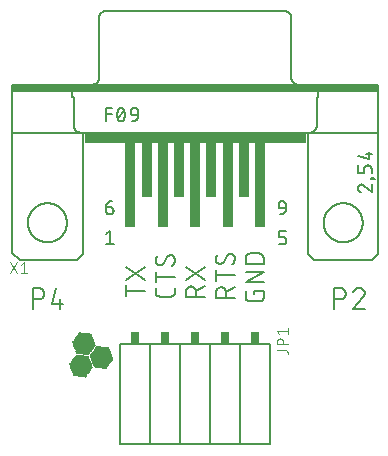
<source format=gbr>
G04 EAGLE Gerber RS-274X export*
G75*
%MOMM*%
%FSLAX34Y34*%
%LPD*%
%INSilkscreen Top*%
%IPPOS*%
%AMOC8*
5,1,8,0,0,1.08239X$1,22.5*%
G01*
%ADD10C,0.127000*%
%ADD11C,0.152400*%
%ADD12R,0.014731X0.014731*%
%ADD13R,0.147319X0.014731*%
%ADD14R,0.265175X0.014731*%
%ADD15R,0.383031X0.014731*%
%ADD16R,0.515619X0.014731*%
%ADD17R,0.633475X0.014731*%
%ADD18R,0.751331X0.014731*%
%ADD19R,0.883919X0.014731*%
%ADD20R,1.001775X0.014731*%
%ADD21R,1.119631X0.014731*%
%ADD22R,1.134363X0.014731*%
%ADD23R,1.149094X0.014731*%
%ADD24R,1.163825X0.014731*%
%ADD25R,1.178556X0.014731*%
%ADD26R,1.193288X0.014731*%
%ADD27R,1.222756X0.014731*%
%ADD28R,1.237488X0.014731*%
%ADD29R,1.266950X0.014731*%
%ADD30R,1.281681X0.014731*%
%ADD31R,1.311144X0.014731*%
%ADD32R,1.325881X0.014731*%
%ADD33R,1.355344X0.014731*%
%ADD34R,1.370075X0.014731*%
%ADD35R,1.384806X0.014731*%
%ADD36R,1.399538X0.014731*%
%ADD37R,1.414275X0.014731*%
%ADD38R,1.443738X0.014731*%
%ADD39R,1.458469X0.014731*%
%ADD40R,1.487931X0.014731*%
%ADD41R,1.502663X0.014731*%
%ADD42R,1.517394X0.014731*%
%ADD43R,1.532125X0.014731*%
%ADD44R,1.546856X0.014731*%
%ADD45R,1.576319X0.014731*%
%ADD46R,1.605788X0.014731*%
%ADD47R,1.620519X0.014731*%
%ADD48R,1.649981X0.014731*%
%ADD49R,1.664713X0.014731*%
%ADD50R,1.694175X0.014731*%
%ADD51R,1.708913X0.014731*%
%ADD52R,1.738375X0.014731*%
%ADD53R,1.753106X0.014731*%
%ADD54R,1.767838X0.014731*%
%ADD55R,1.782569X0.014731*%
%ADD56R,1.797306X0.014731*%
%ADD57R,0.117856X0.014731*%
%ADD58R,1.826769X0.014731*%
%ADD59R,0.235713X0.014731*%
%ADD60R,0.353569X0.014731*%
%ADD61R,1.856231X0.014731*%
%ADD62R,0.486156X0.014731*%
%ADD63R,1.870963X0.014731*%
%ADD64R,0.604013X0.014731*%
%ADD65R,0.721869X0.014731*%
%ADD66R,1.885694X0.014731*%
%ADD67R,0.839719X0.014731*%
%ADD68R,0.972306X0.014731*%
%ADD69R,1.090169X0.014731*%
%ADD70R,1.208025X0.014731*%
%ADD71R,1.252219X0.014731*%
%ADD72R,1.296412X0.014731*%
%ADD73R,1.340612X0.014731*%
%ADD74R,1.826763X0.014731*%
%ADD75R,1.414269X0.014731*%
%ADD76R,1.812031X0.014731*%
%ADD77R,1.429000X0.014731*%
%ADD78R,1.458462X0.014731*%
%ADD79R,1.473200X0.014731*%
%ADD80R,1.723644X0.014731*%
%ADD81R,1.694181X0.014731*%
%ADD82R,1.679450X0.014731*%
%ADD83R,1.561594X0.014731*%
%ADD84R,1.576325X0.014731*%
%ADD85R,1.591056X0.014731*%
%ADD86R,1.635250X0.014731*%
%ADD87R,1.561588X0.014731*%
%ADD88R,1.443731X0.014731*%
%ADD89R,1.797300X0.014731*%
%ADD90R,1.841500X0.014731*%
%ADD91R,1.311150X0.014731*%
%ADD92R,1.296419X0.014731*%
%ADD93R,1.193294X0.014731*%
%ADD94R,0.957575X0.014731*%
%ADD95R,0.589281X0.014731*%
%ADD96R,0.471425X0.014731*%
%ADD97R,0.220975X0.014731*%
%ADD98R,1.812038X0.014731*%
%ADD99R,0.103119X0.014731*%
%ADD100R,0.029463X0.014731*%
%ADD101R,0.162050X0.014731*%
%ADD102R,0.397763X0.014731*%
%ADD103R,0.648206X0.014731*%
%ADD104R,1.679444X0.014731*%
%ADD105R,1.016506X0.014731*%
%ADD106R,1.104900X0.014731*%
%ADD107R,1.222750X0.014731*%
%ADD108R,1.429006X0.014731*%
%ADD109R,1.208019X0.014731*%
%ADD110R,0.987044X0.014731*%
%ADD111R,0.854456X0.014731*%
%ADD112R,0.618744X0.014731*%
%ADD113R,0.500888X0.014731*%
%ADD114R,0.368300X0.014731*%
%ADD115R,0.132587X0.014731*%
%ADD116R,1.664719X0.014731*%
%ADD117R,1.075438X0.014731*%
%ADD118R,0.942844X0.014731*%
%ADD119R,0.707131X0.014731*%
%ADD120R,0.456694X0.014731*%
%ADD121R,0.088388X0.014731*%
%ADD122R,18.542000X0.762000*%
%ADD123R,30.988000X0.508000*%
%ADD124R,0.812800X7.239000*%
%ADD125R,0.812800X4.699000*%
%ADD126C,0.101600*%
%ADD127R,0.762000X1.016000*%


D10*
X228501Y125089D02*
X228501Y127671D01*
X237109Y127671D01*
X237109Y122507D01*
X237107Y122392D01*
X237101Y122277D01*
X237092Y122162D01*
X237078Y122048D01*
X237061Y121934D01*
X237040Y121821D01*
X237015Y121709D01*
X236987Y121597D01*
X236954Y121487D01*
X236918Y121378D01*
X236879Y121270D01*
X236836Y121163D01*
X236789Y121058D01*
X236739Y120954D01*
X236685Y120852D01*
X236628Y120752D01*
X236568Y120654D01*
X236505Y120558D01*
X236438Y120465D01*
X236368Y120373D01*
X236295Y120284D01*
X236220Y120197D01*
X236141Y120113D01*
X236060Y120032D01*
X235976Y119954D01*
X235889Y119878D01*
X235800Y119805D01*
X235708Y119735D01*
X235615Y119668D01*
X235519Y119605D01*
X235421Y119545D01*
X235321Y119488D01*
X235219Y119434D01*
X235115Y119384D01*
X235010Y119337D01*
X234903Y119294D01*
X234795Y119255D01*
X234686Y119219D01*
X234576Y119186D01*
X234464Y119158D01*
X234352Y119133D01*
X234239Y119112D01*
X234125Y119095D01*
X234011Y119081D01*
X233896Y119072D01*
X233781Y119066D01*
X233666Y119064D01*
X225058Y119064D01*
X224943Y119066D01*
X224828Y119072D01*
X224713Y119081D01*
X224599Y119095D01*
X224485Y119112D01*
X224372Y119133D01*
X224260Y119158D01*
X224148Y119186D01*
X224038Y119219D01*
X223929Y119255D01*
X223821Y119294D01*
X223714Y119337D01*
X223609Y119384D01*
X223505Y119434D01*
X223403Y119488D01*
X223303Y119545D01*
X223205Y119605D01*
X223109Y119668D01*
X223016Y119735D01*
X222924Y119805D01*
X222835Y119878D01*
X222748Y119953D01*
X222664Y120032D01*
X222583Y120113D01*
X222505Y120197D01*
X222429Y120284D01*
X222356Y120373D01*
X222286Y120465D01*
X222219Y120558D01*
X222156Y120654D01*
X222096Y120752D01*
X222039Y120852D01*
X221985Y120954D01*
X221935Y121058D01*
X221888Y121163D01*
X221845Y121270D01*
X221806Y121378D01*
X221770Y121487D01*
X221737Y121597D01*
X221709Y121709D01*
X221684Y121821D01*
X221663Y121934D01*
X221646Y122048D01*
X221632Y122162D01*
X221623Y122277D01*
X221617Y122392D01*
X221615Y122507D01*
X221615Y127671D01*
X221615Y134920D02*
X237109Y134920D01*
X237109Y143528D02*
X221615Y134920D01*
X221615Y143528D02*
X237109Y143528D01*
X237109Y150777D02*
X221615Y150777D01*
X221615Y155081D01*
X221617Y155211D01*
X221623Y155341D01*
X221633Y155471D01*
X221646Y155600D01*
X221664Y155729D01*
X221686Y155857D01*
X221711Y155984D01*
X221740Y156111D01*
X221773Y156237D01*
X221810Y156361D01*
X221850Y156485D01*
X221895Y156607D01*
X221943Y156728D01*
X221994Y156847D01*
X222049Y156965D01*
X222108Y157081D01*
X222170Y157195D01*
X222236Y157308D01*
X222305Y157418D01*
X222377Y157526D01*
X222452Y157632D01*
X222531Y157735D01*
X222613Y157836D01*
X222697Y157935D01*
X222785Y158031D01*
X222876Y158124D01*
X222969Y158215D01*
X223065Y158303D01*
X223164Y158387D01*
X223265Y158469D01*
X223368Y158548D01*
X223474Y158623D01*
X223582Y158695D01*
X223692Y158764D01*
X223805Y158830D01*
X223919Y158892D01*
X224035Y158951D01*
X224153Y159006D01*
X224272Y159057D01*
X224393Y159105D01*
X224515Y159150D01*
X224639Y159190D01*
X224763Y159227D01*
X224889Y159260D01*
X225016Y159289D01*
X225143Y159315D01*
X225271Y159336D01*
X225400Y159354D01*
X225530Y159367D01*
X225659Y159377D01*
X225789Y159383D01*
X225919Y159385D01*
X232805Y159385D01*
X232935Y159383D01*
X233065Y159377D01*
X233195Y159367D01*
X233324Y159354D01*
X233453Y159336D01*
X233581Y159315D01*
X233708Y159289D01*
X233835Y159260D01*
X233961Y159227D01*
X234085Y159190D01*
X234209Y159150D01*
X234331Y159105D01*
X234452Y159057D01*
X234571Y159006D01*
X234689Y158951D01*
X234805Y158892D01*
X234919Y158830D01*
X235032Y158764D01*
X235142Y158695D01*
X235250Y158623D01*
X235356Y158548D01*
X235459Y158469D01*
X235560Y158387D01*
X235659Y158303D01*
X235755Y158215D01*
X235848Y158124D01*
X235939Y158031D01*
X236027Y157935D01*
X236111Y157836D01*
X236193Y157735D01*
X236272Y157632D01*
X236347Y157526D01*
X236419Y157418D01*
X236488Y157308D01*
X236554Y157195D01*
X236616Y157081D01*
X236675Y156965D01*
X236730Y156847D01*
X236781Y156728D01*
X236829Y156607D01*
X236874Y156485D01*
X236914Y156361D01*
X236951Y156237D01*
X236984Y156111D01*
X237013Y155984D01*
X237039Y155857D01*
X237060Y155729D01*
X237078Y155600D01*
X237091Y155471D01*
X237101Y155341D01*
X237107Y155211D01*
X237109Y155081D01*
X237109Y150777D01*
D11*
X212598Y121661D02*
X196342Y121661D01*
X196342Y126177D01*
X196344Y126310D01*
X196350Y126442D01*
X196360Y126574D01*
X196373Y126706D01*
X196391Y126838D01*
X196412Y126968D01*
X196437Y127099D01*
X196466Y127228D01*
X196499Y127356D01*
X196535Y127484D01*
X196575Y127610D01*
X196619Y127735D01*
X196667Y127859D01*
X196718Y127981D01*
X196773Y128102D01*
X196831Y128221D01*
X196893Y128339D01*
X196958Y128454D01*
X197027Y128568D01*
X197098Y128679D01*
X197174Y128788D01*
X197252Y128895D01*
X197333Y129000D01*
X197418Y129102D01*
X197505Y129202D01*
X197595Y129299D01*
X197688Y129394D01*
X197784Y129485D01*
X197882Y129574D01*
X197983Y129660D01*
X198087Y129743D01*
X198193Y129823D01*
X198301Y129899D01*
X198411Y129973D01*
X198524Y130043D01*
X198638Y130110D01*
X198755Y130173D01*
X198873Y130233D01*
X198993Y130290D01*
X199115Y130343D01*
X199238Y130392D01*
X199362Y130438D01*
X199488Y130480D01*
X199615Y130518D01*
X199743Y130553D01*
X199872Y130584D01*
X200001Y130611D01*
X200132Y130634D01*
X200263Y130654D01*
X200395Y130669D01*
X200527Y130681D01*
X200659Y130689D01*
X200792Y130693D01*
X200924Y130693D01*
X201057Y130689D01*
X201189Y130681D01*
X201321Y130669D01*
X201453Y130654D01*
X201584Y130634D01*
X201715Y130611D01*
X201844Y130584D01*
X201973Y130553D01*
X202101Y130518D01*
X202228Y130480D01*
X202354Y130438D01*
X202478Y130392D01*
X202601Y130343D01*
X202723Y130290D01*
X202843Y130233D01*
X202961Y130173D01*
X203078Y130110D01*
X203192Y130043D01*
X203305Y129973D01*
X203415Y129899D01*
X203523Y129823D01*
X203629Y129743D01*
X203733Y129660D01*
X203834Y129574D01*
X203932Y129485D01*
X204028Y129394D01*
X204121Y129299D01*
X204211Y129202D01*
X204298Y129102D01*
X204383Y129000D01*
X204464Y128895D01*
X204542Y128788D01*
X204618Y128679D01*
X204689Y128568D01*
X204758Y128454D01*
X204823Y128339D01*
X204885Y128221D01*
X204943Y128102D01*
X204998Y127981D01*
X205049Y127859D01*
X205097Y127735D01*
X205141Y127610D01*
X205181Y127484D01*
X205217Y127356D01*
X205250Y127228D01*
X205279Y127099D01*
X205304Y126968D01*
X205325Y126838D01*
X205343Y126706D01*
X205356Y126574D01*
X205366Y126442D01*
X205372Y126310D01*
X205374Y126177D01*
X205373Y126177D02*
X205373Y121661D01*
X205373Y127080D02*
X212598Y130692D01*
X212598Y140674D02*
X196342Y140674D01*
X196342Y136159D02*
X196342Y145190D01*
X208986Y159258D02*
X209104Y159256D01*
X209222Y159250D01*
X209340Y159241D01*
X209457Y159227D01*
X209574Y159210D01*
X209691Y159189D01*
X209806Y159164D01*
X209921Y159135D01*
X210035Y159102D01*
X210147Y159066D01*
X210258Y159026D01*
X210368Y158983D01*
X210477Y158936D01*
X210584Y158886D01*
X210689Y158831D01*
X210792Y158774D01*
X210893Y158713D01*
X210993Y158649D01*
X211090Y158582D01*
X211185Y158512D01*
X211277Y158438D01*
X211368Y158362D01*
X211455Y158282D01*
X211540Y158200D01*
X211622Y158115D01*
X211702Y158028D01*
X211778Y157937D01*
X211852Y157845D01*
X211922Y157750D01*
X211989Y157653D01*
X212053Y157553D01*
X212114Y157452D01*
X212171Y157349D01*
X212226Y157244D01*
X212276Y157137D01*
X212323Y157028D01*
X212366Y156918D01*
X212406Y156807D01*
X212442Y156695D01*
X212475Y156581D01*
X212504Y156466D01*
X212529Y156351D01*
X212550Y156234D01*
X212567Y156117D01*
X212581Y156000D01*
X212590Y155882D01*
X212596Y155764D01*
X212598Y155646D01*
X212596Y155463D01*
X212589Y155281D01*
X212578Y155099D01*
X212563Y154917D01*
X212543Y154735D01*
X212520Y154554D01*
X212491Y154374D01*
X212459Y154194D01*
X212422Y154015D01*
X212381Y153838D01*
X212335Y153661D01*
X212286Y153485D01*
X212232Y153311D01*
X212174Y153137D01*
X212112Y152966D01*
X212046Y152796D01*
X211975Y152627D01*
X211901Y152460D01*
X211823Y152295D01*
X211741Y152132D01*
X211655Y151971D01*
X211565Y151812D01*
X211471Y151655D01*
X211374Y151501D01*
X211273Y151349D01*
X211168Y151199D01*
X211060Y151052D01*
X210949Y150908D01*
X210834Y150766D01*
X210715Y150627D01*
X210593Y150491D01*
X210468Y150358D01*
X210340Y150228D01*
X199954Y150679D02*
X199836Y150681D01*
X199718Y150687D01*
X199600Y150696D01*
X199483Y150710D01*
X199366Y150727D01*
X199249Y150748D01*
X199134Y150773D01*
X199019Y150802D01*
X198905Y150835D01*
X198793Y150871D01*
X198682Y150911D01*
X198572Y150954D01*
X198463Y151001D01*
X198356Y151051D01*
X198251Y151106D01*
X198148Y151163D01*
X198047Y151224D01*
X197947Y151288D01*
X197850Y151355D01*
X197755Y151425D01*
X197663Y151499D01*
X197572Y151575D01*
X197485Y151655D01*
X197400Y151737D01*
X197318Y151822D01*
X197238Y151909D01*
X197162Y152000D01*
X197088Y152092D01*
X197018Y152187D01*
X196951Y152284D01*
X196887Y152384D01*
X196826Y152485D01*
X196769Y152588D01*
X196714Y152693D01*
X196664Y152800D01*
X196617Y152909D01*
X196574Y153019D01*
X196534Y153130D01*
X196498Y153242D01*
X196465Y153356D01*
X196436Y153471D01*
X196411Y153586D01*
X196390Y153703D01*
X196373Y153820D01*
X196359Y153937D01*
X196350Y154055D01*
X196344Y154173D01*
X196342Y154291D01*
X196344Y154452D01*
X196350Y154614D01*
X196359Y154775D01*
X196373Y154936D01*
X196390Y155096D01*
X196411Y155256D01*
X196436Y155416D01*
X196465Y155575D01*
X196497Y155733D01*
X196533Y155890D01*
X196573Y156046D01*
X196617Y156202D01*
X196665Y156356D01*
X196716Y156509D01*
X196770Y156661D01*
X196829Y156812D01*
X196890Y156961D01*
X196956Y157108D01*
X197025Y157254D01*
X197097Y157399D01*
X197173Y157541D01*
X197252Y157682D01*
X197334Y157821D01*
X197420Y157957D01*
X197509Y158092D01*
X197601Y158225D01*
X197697Y158355D01*
X203115Y152484D02*
X203053Y152383D01*
X202988Y152283D01*
X202919Y152186D01*
X202847Y152091D01*
X202773Y151998D01*
X202695Y151908D01*
X202614Y151820D01*
X202531Y151735D01*
X202445Y151653D01*
X202356Y151574D01*
X202265Y151497D01*
X202171Y151424D01*
X202075Y151353D01*
X201977Y151286D01*
X201877Y151222D01*
X201774Y151161D01*
X201670Y151104D01*
X201564Y151050D01*
X201456Y151000D01*
X201347Y150953D01*
X201236Y150909D01*
X201124Y150869D01*
X201010Y150833D01*
X200896Y150801D01*
X200780Y150772D01*
X200664Y150747D01*
X200547Y150726D01*
X200429Y150709D01*
X200311Y150695D01*
X200192Y150686D01*
X200073Y150680D01*
X199954Y150678D01*
X205825Y157452D02*
X205887Y157553D01*
X205952Y157653D01*
X206021Y157750D01*
X206093Y157845D01*
X206167Y157938D01*
X206245Y158028D01*
X206326Y158116D01*
X206409Y158201D01*
X206495Y158283D01*
X206584Y158362D01*
X206675Y158439D01*
X206769Y158512D01*
X206865Y158583D01*
X206963Y158650D01*
X207063Y158714D01*
X207166Y158775D01*
X207270Y158832D01*
X207376Y158886D01*
X207484Y158936D01*
X207593Y158983D01*
X207704Y159027D01*
X207816Y159067D01*
X207930Y159103D01*
X208044Y159135D01*
X208160Y159164D01*
X208276Y159189D01*
X208393Y159210D01*
X208511Y159227D01*
X208629Y159241D01*
X208748Y159250D01*
X208867Y159256D01*
X208986Y159258D01*
X205825Y157452D02*
X203115Y152485D01*
X187198Y122354D02*
X170942Y122354D01*
X170942Y126870D01*
X170944Y127003D01*
X170950Y127135D01*
X170960Y127267D01*
X170973Y127399D01*
X170991Y127531D01*
X171012Y127661D01*
X171037Y127792D01*
X171066Y127921D01*
X171099Y128049D01*
X171135Y128177D01*
X171175Y128303D01*
X171219Y128428D01*
X171267Y128552D01*
X171318Y128674D01*
X171373Y128795D01*
X171431Y128914D01*
X171493Y129032D01*
X171558Y129147D01*
X171627Y129261D01*
X171698Y129372D01*
X171774Y129481D01*
X171852Y129588D01*
X171933Y129693D01*
X172018Y129795D01*
X172105Y129895D01*
X172195Y129992D01*
X172288Y130087D01*
X172384Y130178D01*
X172482Y130267D01*
X172583Y130353D01*
X172687Y130436D01*
X172793Y130516D01*
X172901Y130592D01*
X173011Y130666D01*
X173124Y130736D01*
X173238Y130803D01*
X173355Y130866D01*
X173473Y130926D01*
X173593Y130983D01*
X173715Y131036D01*
X173838Y131085D01*
X173962Y131131D01*
X174088Y131173D01*
X174215Y131211D01*
X174343Y131246D01*
X174472Y131277D01*
X174601Y131304D01*
X174732Y131327D01*
X174863Y131347D01*
X174995Y131362D01*
X175127Y131374D01*
X175259Y131382D01*
X175392Y131386D01*
X175524Y131386D01*
X175657Y131382D01*
X175789Y131374D01*
X175921Y131362D01*
X176053Y131347D01*
X176184Y131327D01*
X176315Y131304D01*
X176444Y131277D01*
X176573Y131246D01*
X176701Y131211D01*
X176828Y131173D01*
X176954Y131131D01*
X177078Y131085D01*
X177201Y131036D01*
X177323Y130983D01*
X177443Y130926D01*
X177561Y130866D01*
X177678Y130803D01*
X177792Y130736D01*
X177905Y130666D01*
X178015Y130592D01*
X178123Y130516D01*
X178229Y130436D01*
X178333Y130353D01*
X178434Y130267D01*
X178532Y130178D01*
X178628Y130087D01*
X178721Y129992D01*
X178811Y129895D01*
X178898Y129795D01*
X178983Y129693D01*
X179064Y129588D01*
X179142Y129481D01*
X179218Y129372D01*
X179289Y129261D01*
X179358Y129147D01*
X179423Y129032D01*
X179485Y128914D01*
X179543Y128795D01*
X179598Y128674D01*
X179649Y128552D01*
X179697Y128428D01*
X179741Y128303D01*
X179781Y128177D01*
X179817Y128049D01*
X179850Y127921D01*
X179879Y127792D01*
X179904Y127661D01*
X179925Y127531D01*
X179943Y127399D01*
X179956Y127267D01*
X179966Y127135D01*
X179972Y127003D01*
X179974Y126870D01*
X179973Y126870D02*
X179973Y122354D01*
X179973Y127773D02*
X187198Y131385D01*
X187198Y136991D02*
X170942Y147828D01*
X170942Y136991D02*
X187198Y147828D01*
X161798Y130090D02*
X161798Y126478D01*
X161796Y126360D01*
X161790Y126242D01*
X161781Y126124D01*
X161767Y126007D01*
X161750Y125890D01*
X161729Y125773D01*
X161704Y125658D01*
X161675Y125543D01*
X161642Y125429D01*
X161606Y125317D01*
X161566Y125206D01*
X161523Y125096D01*
X161476Y124987D01*
X161426Y124880D01*
X161371Y124775D01*
X161314Y124672D01*
X161253Y124571D01*
X161189Y124471D01*
X161122Y124374D01*
X161052Y124279D01*
X160978Y124187D01*
X160902Y124096D01*
X160822Y124009D01*
X160740Y123924D01*
X160655Y123842D01*
X160568Y123762D01*
X160477Y123686D01*
X160385Y123612D01*
X160290Y123542D01*
X160193Y123475D01*
X160093Y123411D01*
X159992Y123350D01*
X159889Y123293D01*
X159784Y123238D01*
X159677Y123188D01*
X159568Y123141D01*
X159458Y123098D01*
X159347Y123058D01*
X159235Y123022D01*
X159121Y122989D01*
X159006Y122960D01*
X158891Y122935D01*
X158774Y122914D01*
X158657Y122897D01*
X158540Y122883D01*
X158422Y122874D01*
X158304Y122868D01*
X158186Y122866D01*
X158186Y122865D02*
X149154Y122865D01*
X149036Y122867D01*
X148918Y122873D01*
X148800Y122882D01*
X148682Y122896D01*
X148565Y122913D01*
X148449Y122934D01*
X148334Y122959D01*
X148219Y122988D01*
X148105Y123021D01*
X147993Y123057D01*
X147881Y123097D01*
X147771Y123140D01*
X147663Y123187D01*
X147556Y123238D01*
X147451Y123292D01*
X147348Y123349D01*
X147246Y123410D01*
X147147Y123474D01*
X147050Y123541D01*
X146955Y123612D01*
X146862Y123685D01*
X146772Y123762D01*
X146684Y123841D01*
X146599Y123923D01*
X146517Y124008D01*
X146438Y124096D01*
X146361Y124186D01*
X146288Y124279D01*
X146217Y124373D01*
X146150Y124471D01*
X146086Y124570D01*
X146025Y124671D01*
X145968Y124775D01*
X145914Y124880D01*
X145863Y124987D01*
X145816Y125095D01*
X145773Y125205D01*
X145733Y125317D01*
X145697Y125429D01*
X145664Y125543D01*
X145635Y125658D01*
X145610Y125773D01*
X145589Y125889D01*
X145572Y126006D01*
X145558Y126124D01*
X145549Y126242D01*
X145543Y126360D01*
X145541Y126478D01*
X145542Y126478D02*
X145542Y130090D01*
X145542Y139404D02*
X161798Y139404D01*
X145542Y134889D02*
X145542Y143920D01*
X158186Y157988D02*
X158304Y157986D01*
X158422Y157980D01*
X158540Y157971D01*
X158657Y157957D01*
X158774Y157940D01*
X158891Y157919D01*
X159006Y157894D01*
X159121Y157865D01*
X159235Y157832D01*
X159347Y157796D01*
X159458Y157756D01*
X159568Y157713D01*
X159677Y157666D01*
X159784Y157616D01*
X159889Y157561D01*
X159992Y157504D01*
X160093Y157443D01*
X160193Y157379D01*
X160290Y157312D01*
X160385Y157242D01*
X160477Y157168D01*
X160568Y157092D01*
X160655Y157012D01*
X160740Y156930D01*
X160822Y156845D01*
X160902Y156758D01*
X160978Y156667D01*
X161052Y156575D01*
X161122Y156480D01*
X161189Y156383D01*
X161253Y156283D01*
X161314Y156182D01*
X161371Y156079D01*
X161426Y155974D01*
X161476Y155867D01*
X161523Y155758D01*
X161566Y155648D01*
X161606Y155537D01*
X161642Y155425D01*
X161675Y155311D01*
X161704Y155196D01*
X161729Y155081D01*
X161750Y154964D01*
X161767Y154847D01*
X161781Y154730D01*
X161790Y154612D01*
X161796Y154494D01*
X161798Y154376D01*
X161796Y154193D01*
X161789Y154011D01*
X161778Y153829D01*
X161763Y153647D01*
X161743Y153465D01*
X161720Y153284D01*
X161691Y153104D01*
X161659Y152924D01*
X161622Y152745D01*
X161581Y152568D01*
X161535Y152391D01*
X161486Y152215D01*
X161432Y152041D01*
X161374Y151867D01*
X161312Y151696D01*
X161246Y151526D01*
X161175Y151357D01*
X161101Y151190D01*
X161023Y151025D01*
X160941Y150862D01*
X160855Y150701D01*
X160765Y150542D01*
X160671Y150385D01*
X160574Y150231D01*
X160473Y150079D01*
X160368Y149929D01*
X160260Y149782D01*
X160149Y149638D01*
X160034Y149496D01*
X159915Y149357D01*
X159793Y149221D01*
X159668Y149088D01*
X159540Y148958D01*
X149154Y149409D02*
X149036Y149411D01*
X148918Y149417D01*
X148800Y149426D01*
X148683Y149440D01*
X148566Y149457D01*
X148449Y149478D01*
X148334Y149503D01*
X148219Y149532D01*
X148105Y149565D01*
X147993Y149601D01*
X147882Y149641D01*
X147772Y149684D01*
X147663Y149731D01*
X147556Y149781D01*
X147451Y149836D01*
X147348Y149893D01*
X147247Y149954D01*
X147147Y150018D01*
X147050Y150085D01*
X146955Y150155D01*
X146863Y150229D01*
X146772Y150305D01*
X146685Y150385D01*
X146600Y150467D01*
X146518Y150552D01*
X146438Y150639D01*
X146362Y150730D01*
X146288Y150822D01*
X146218Y150917D01*
X146151Y151014D01*
X146087Y151114D01*
X146026Y151215D01*
X145969Y151318D01*
X145914Y151423D01*
X145864Y151530D01*
X145817Y151639D01*
X145774Y151749D01*
X145734Y151860D01*
X145698Y151972D01*
X145665Y152086D01*
X145636Y152201D01*
X145611Y152316D01*
X145590Y152433D01*
X145573Y152550D01*
X145559Y152667D01*
X145550Y152785D01*
X145544Y152903D01*
X145542Y153021D01*
X145544Y153182D01*
X145550Y153344D01*
X145559Y153505D01*
X145573Y153666D01*
X145590Y153826D01*
X145611Y153986D01*
X145636Y154146D01*
X145665Y154305D01*
X145697Y154463D01*
X145733Y154620D01*
X145773Y154776D01*
X145817Y154932D01*
X145865Y155086D01*
X145916Y155239D01*
X145970Y155391D01*
X146029Y155542D01*
X146090Y155691D01*
X146156Y155838D01*
X146225Y155984D01*
X146297Y156129D01*
X146373Y156271D01*
X146452Y156412D01*
X146534Y156551D01*
X146620Y156687D01*
X146709Y156822D01*
X146801Y156955D01*
X146897Y157085D01*
X152315Y151214D02*
X152253Y151113D01*
X152188Y151013D01*
X152119Y150916D01*
X152047Y150821D01*
X151973Y150728D01*
X151895Y150638D01*
X151814Y150550D01*
X151731Y150465D01*
X151645Y150383D01*
X151556Y150304D01*
X151465Y150227D01*
X151371Y150154D01*
X151275Y150083D01*
X151177Y150016D01*
X151077Y149952D01*
X150974Y149891D01*
X150870Y149834D01*
X150764Y149780D01*
X150656Y149730D01*
X150547Y149683D01*
X150436Y149639D01*
X150324Y149599D01*
X150210Y149563D01*
X150096Y149531D01*
X149980Y149502D01*
X149864Y149477D01*
X149747Y149456D01*
X149629Y149439D01*
X149511Y149425D01*
X149392Y149416D01*
X149273Y149410D01*
X149154Y149408D01*
X155025Y156182D02*
X155087Y156283D01*
X155152Y156383D01*
X155221Y156480D01*
X155293Y156575D01*
X155367Y156668D01*
X155445Y156758D01*
X155526Y156846D01*
X155609Y156931D01*
X155695Y157013D01*
X155784Y157092D01*
X155875Y157169D01*
X155969Y157242D01*
X156065Y157313D01*
X156163Y157380D01*
X156263Y157444D01*
X156366Y157505D01*
X156470Y157562D01*
X156576Y157616D01*
X156684Y157666D01*
X156793Y157713D01*
X156904Y157757D01*
X157016Y157797D01*
X157130Y157833D01*
X157244Y157865D01*
X157360Y157894D01*
X157476Y157919D01*
X157593Y157940D01*
X157711Y157957D01*
X157829Y157971D01*
X157948Y157980D01*
X158067Y157986D01*
X158186Y157988D01*
X155025Y156182D02*
X152315Y151215D01*
X136398Y127820D02*
X120142Y127820D01*
X120142Y123305D02*
X120142Y132336D01*
X120142Y147828D02*
X136398Y136991D01*
X136398Y147828D02*
X120142Y136991D01*
D12*
X86192Y54209D03*
D13*
X85677Y54356D03*
D14*
X85087Y54503D03*
D15*
X84646Y54651D03*
D16*
X84130Y54798D03*
D17*
X83688Y54945D03*
D18*
X83099Y55093D03*
D19*
X82583Y55240D03*
D20*
X82141Y55387D03*
D21*
X81699Y55535D03*
D22*
X81625Y55682D03*
D23*
X81699Y55829D03*
D24*
X81773Y55977D03*
D25*
X81699Y56124D03*
D26*
X81773Y56271D03*
D27*
X81773Y56418D03*
D28*
X81846Y56566D03*
X81846Y56713D03*
D29*
X81846Y56860D03*
D30*
X81920Y57008D03*
D31*
X81920Y57155D03*
X81920Y57302D03*
D32*
X81994Y57450D03*
D33*
X81994Y57597D03*
D34*
X82067Y57744D03*
D35*
X81994Y57892D03*
D36*
X82067Y58039D03*
D37*
X82141Y58186D03*
D38*
X82141Y58334D03*
X82141Y58481D03*
D39*
X82215Y58628D03*
D40*
X82215Y58776D03*
D41*
X82288Y58923D03*
D42*
X82215Y59070D03*
D43*
X82288Y59218D03*
D44*
X82362Y59365D03*
D45*
X82362Y59512D03*
X82362Y59660D03*
D46*
X82362Y59807D03*
D47*
X82436Y59954D03*
X82436Y60101D03*
D48*
X82436Y60249D03*
D49*
X82509Y60396D03*
D50*
X82509Y60543D03*
X82509Y60691D03*
D51*
X82583Y60838D03*
D52*
X82583Y60985D03*
D53*
X82657Y61133D03*
D54*
X82583Y61280D03*
D55*
X82657Y61427D03*
D56*
X82730Y61575D03*
D57*
X103208Y61575D03*
D58*
X82730Y61722D03*
D59*
X102619Y61722D03*
D58*
X82730Y61869D03*
D60*
X102177Y61869D03*
D61*
X82730Y62017D03*
D62*
X101661Y62017D03*
D63*
X82804Y62164D03*
D64*
X101219Y62164D03*
D63*
X82804Y62311D03*
D65*
X100630Y62311D03*
D66*
X82730Y62459D03*
D67*
X100188Y62459D03*
D66*
X82730Y62606D03*
D68*
X99672Y62606D03*
D63*
X82657Y62753D03*
D69*
X99230Y62753D03*
D66*
X82583Y62901D03*
D21*
X99083Y62901D03*
D66*
X82583Y63048D03*
D23*
X99083Y63048D03*
D66*
X82436Y63195D03*
D24*
X99157Y63195D03*
D66*
X82436Y63343D03*
D25*
X99230Y63343D03*
D63*
X82362Y63490D03*
D26*
X99157Y63490D03*
D66*
X82288Y63637D03*
D70*
X99230Y63637D03*
D66*
X82288Y63784D03*
D28*
X99230Y63784D03*
D66*
X82141Y63932D03*
D71*
X99304Y63932D03*
D66*
X82141Y64079D03*
D71*
X99304Y64079D03*
D63*
X82067Y64226D03*
D30*
X99304Y64226D03*
D66*
X81994Y64374D03*
D72*
X99378Y64374D03*
D66*
X81994Y64521D03*
D32*
X99378Y64521D03*
D66*
X81846Y64668D03*
D32*
X99378Y64668D03*
D66*
X81846Y64816D03*
D73*
X99451Y64816D03*
D63*
X81773Y64963D03*
D34*
X99451Y64963D03*
D61*
X81846Y65110D03*
D35*
X99525Y65110D03*
D61*
X81846Y65258D03*
D36*
X99451Y65258D03*
D74*
X81846Y65405D03*
D75*
X99525Y65405D03*
D76*
X81920Y65552D03*
D77*
X99598Y65552D03*
D55*
X81920Y65700D03*
D78*
X99598Y65700D03*
D55*
X81920Y65847D03*
D78*
X99598Y65847D03*
D54*
X81994Y65994D03*
D79*
X99672Y65994D03*
D52*
X81994Y66142D03*
D41*
X99672Y66142D03*
D80*
X82067Y66289D03*
D41*
X99672Y66289D03*
D51*
X81994Y66436D03*
D43*
X99672Y66436D03*
D81*
X82067Y66584D03*
D44*
X99746Y66584D03*
D82*
X82141Y66731D03*
D83*
X99819Y66731D03*
D48*
X82141Y66878D03*
D84*
X99746Y66878D03*
D48*
X82141Y67026D03*
D85*
X99819Y67026D03*
D86*
X82215Y67173D03*
D47*
X99819Y67173D03*
D46*
X82215Y67320D03*
D86*
X99893Y67320D03*
D46*
X82215Y67467D03*
D86*
X99893Y67467D03*
D84*
X82215Y67615D03*
D49*
X99893Y67615D03*
D87*
X82288Y67762D03*
D82*
X99967Y67762D03*
D44*
X82362Y67909D03*
D51*
X99967Y67909D03*
D43*
X82288Y68057D03*
D51*
X99967Y68057D03*
D42*
X82362Y68204D03*
D80*
X100040Y68204D03*
D40*
X82362Y68351D03*
D53*
X100040Y68351D03*
D79*
X82436Y68499D03*
D54*
X100114Y68499D03*
D79*
X82436Y68646D03*
D55*
X100040Y68646D03*
D88*
X82436Y68793D03*
D89*
X100114Y68793D03*
D77*
X82509Y68941D03*
D76*
X100188Y68941D03*
D36*
X82509Y69088D03*
D90*
X100188Y69088D03*
D36*
X82509Y69235D03*
D90*
X100188Y69235D03*
D35*
X82583Y69383D03*
D63*
X100188Y69383D03*
D33*
X82583Y69530D03*
D66*
X100261Y69530D03*
D73*
X82657Y69677D03*
D63*
X100188Y69677D03*
D32*
X82583Y69825D03*
D66*
X100114Y69825D03*
D91*
X82657Y69972D03*
D66*
X100114Y69972D03*
D92*
X82730Y70119D03*
D63*
X100040Y70119D03*
D29*
X82730Y70267D03*
D66*
X99967Y70267D03*
D29*
X82730Y70414D03*
D66*
X99967Y70414D03*
D71*
X82804Y70561D03*
D66*
X99819Y70561D03*
D27*
X82804Y70709D03*
D66*
X99819Y70709D03*
D70*
X82878Y70856D03*
D63*
X99746Y70856D03*
D93*
X82804Y71003D03*
D66*
X99672Y71003D03*
D25*
X82878Y71150D03*
D66*
X99672Y71150D03*
D24*
X82951Y71298D03*
D66*
X99525Y71298D03*
D23*
X82878Y71445D03*
D66*
X99525Y71445D03*
D22*
X82951Y71592D03*
D63*
X99451Y71592D03*
D69*
X82878Y71740D03*
D66*
X99378Y71740D03*
D94*
X82362Y71887D03*
D66*
X99378Y71887D03*
D67*
X81773Y72034D03*
D66*
X99230Y72034D03*
D65*
X81331Y72182D03*
D66*
X99230Y72182D03*
D95*
X80815Y72329D03*
D61*
X99230Y72329D03*
D96*
X80373Y72476D03*
D90*
X99304Y72476D03*
D60*
X79784Y72624D03*
D90*
X99304Y72624D03*
D97*
X79268Y72771D03*
D98*
X99304Y72771D03*
D99*
X78826Y72918D03*
D56*
X99378Y72918D03*
D100*
X88623Y73066D03*
D55*
X99304Y73066D03*
D101*
X88108Y73213D03*
D54*
X99378Y73213D03*
D14*
X87592Y73360D03*
D53*
X99451Y73360D03*
D102*
X87076Y73508D03*
D80*
X99451Y73508D03*
D16*
X86634Y73655D03*
D80*
X99451Y73655D03*
D103*
X86119Y73802D03*
D81*
X99451Y73802D03*
D18*
X85603Y73950D03*
D104*
X99525Y73950D03*
D19*
X85087Y74097D03*
D49*
X99598Y74097D03*
D105*
X84572Y74244D03*
D48*
X99525Y74244D03*
D106*
X84130Y74392D03*
D86*
X99598Y74392D03*
D22*
X84130Y74539D03*
D47*
X99672Y74539D03*
D23*
X84204Y74686D03*
D85*
X99672Y74686D03*
D24*
X84277Y74833D03*
D85*
X99672Y74833D03*
D25*
X84204Y74981D03*
D87*
X99672Y74981D03*
D26*
X84277Y75128D03*
D44*
X99746Y75128D03*
D107*
X84277Y75275D03*
D43*
X99819Y75275D03*
D28*
X84351Y75423D03*
D42*
X99746Y75423D03*
D28*
X84351Y75570D03*
D41*
X99819Y75570D03*
D29*
X84351Y75717D03*
D79*
X99819Y75717D03*
D30*
X84425Y75865D03*
D39*
X99893Y75865D03*
D31*
X84425Y76012D03*
D39*
X99893Y76012D03*
D31*
X84425Y76159D03*
D108*
X99893Y76159D03*
D32*
X84498Y76307D03*
D75*
X99967Y76307D03*
D33*
X84498Y76454D03*
D35*
X99967Y76454D03*
D34*
X84572Y76601D03*
D35*
X99967Y76601D03*
X84498Y76749D03*
D34*
X100040Y76749D03*
D36*
X84572Y76896D03*
D73*
X100040Y76896D03*
D75*
X84646Y77043D03*
D73*
X100040Y77043D03*
D38*
X84646Y77191D03*
D91*
X100040Y77191D03*
D38*
X84646Y77338D03*
D72*
X100114Y77338D03*
D79*
X84646Y77485D03*
D30*
X100188Y77485D03*
D40*
X84719Y77633D03*
D29*
X100114Y77633D03*
D41*
X84793Y77780D03*
D71*
X100188Y77780D03*
D42*
X84719Y77927D03*
D27*
X100188Y77927D03*
D43*
X84793Y78075D03*
D109*
X100261Y78075D03*
D87*
X84793Y78222D03*
D109*
X100261Y78222D03*
D45*
X84866Y78369D03*
D25*
X100261Y78369D03*
D45*
X84866Y78516D03*
D24*
X100335Y78516D03*
D46*
X84866Y78664D03*
D23*
X100409Y78664D03*
D47*
X84940Y78811D03*
D22*
X100335Y78811D03*
D47*
X84940Y78958D03*
D106*
X100335Y78958D03*
D48*
X84940Y79106D03*
D110*
X99893Y79106D03*
D49*
X85014Y79253D03*
D111*
X99378Y79253D03*
D50*
X85014Y79400D03*
D18*
X98862Y79400D03*
D50*
X85014Y79548D03*
D112*
X98346Y79548D03*
D51*
X85087Y79695D03*
D113*
X97904Y79695D03*
D52*
X85087Y79842D03*
D114*
X97389Y79842D03*
D53*
X85161Y79990D03*
D14*
X96873Y79990D03*
D54*
X85087Y80137D03*
D115*
X96357Y80137D03*
D55*
X85161Y80284D03*
D12*
X95915Y80284D03*
D56*
X85235Y80432D03*
D58*
X85235Y80579D03*
X85235Y80726D03*
D61*
X85235Y80874D03*
D63*
X85308Y81021D03*
X85308Y81168D03*
D66*
X85235Y81316D03*
X85235Y81463D03*
X85087Y81610D03*
X85087Y81758D03*
D63*
X85014Y81905D03*
D66*
X84940Y82052D03*
X84940Y82199D03*
X84793Y82347D03*
X84793Y82494D03*
D63*
X84719Y82641D03*
D66*
X84646Y82789D03*
X84646Y82936D03*
D63*
X84572Y83083D03*
D66*
X84498Y83231D03*
X84498Y83378D03*
X84351Y83525D03*
X84351Y83673D03*
D63*
X84277Y83820D03*
D61*
X84351Y83967D03*
X84351Y84115D03*
D74*
X84351Y84262D03*
D76*
X84425Y84409D03*
D55*
X84425Y84557D03*
X84425Y84704D03*
D54*
X84498Y84851D03*
D52*
X84498Y84999D03*
D80*
X84572Y85146D03*
D51*
X84498Y85293D03*
D81*
X84572Y85441D03*
D82*
X84646Y85588D03*
D116*
X84572Y85735D03*
D48*
X84646Y85882D03*
D47*
X84646Y86030D03*
D46*
X84719Y86177D03*
X84719Y86324D03*
D84*
X84719Y86472D03*
D87*
X84793Y86619D03*
D43*
X84793Y86766D03*
X84793Y86914D03*
D42*
X84866Y87061D03*
D40*
X84866Y87208D03*
D79*
X84940Y87356D03*
X84940Y87503D03*
D88*
X84940Y87650D03*
D77*
X85014Y87798D03*
D36*
X85014Y87945D03*
X85014Y88092D03*
D35*
X85087Y88240D03*
D33*
X85087Y88387D03*
D73*
X85161Y88534D03*
D32*
X85087Y88682D03*
D91*
X85161Y88829D03*
D92*
X85235Y88976D03*
D29*
X85235Y89124D03*
X85235Y89271D03*
D28*
X85235Y89418D03*
D27*
X85308Y89565D03*
D70*
X85382Y89713D03*
D93*
X85308Y89860D03*
D25*
X85382Y90007D03*
D23*
X85382Y90155D03*
X85382Y90302D03*
D22*
X85456Y90449D03*
D117*
X85308Y90597D03*
D118*
X84793Y90744D03*
D67*
X84277Y90891D03*
D119*
X83762Y91039D03*
D95*
X83320Y91186D03*
D120*
X82804Y91333D03*
D60*
X82288Y91481D03*
D97*
X81773Y91628D03*
D121*
X81257Y91775D03*
D11*
X296672Y112522D02*
X296672Y130302D01*
X301611Y130302D01*
X301751Y130300D01*
X301890Y130294D01*
X302030Y130284D01*
X302169Y130270D01*
X302308Y130253D01*
X302446Y130231D01*
X302583Y130205D01*
X302720Y130176D01*
X302856Y130143D01*
X302990Y130106D01*
X303124Y130065D01*
X303256Y130020D01*
X303388Y129971D01*
X303517Y129919D01*
X303645Y129864D01*
X303772Y129804D01*
X303897Y129741D01*
X304020Y129675D01*
X304141Y129605D01*
X304260Y129532D01*
X304377Y129455D01*
X304491Y129375D01*
X304604Y129292D01*
X304714Y129206D01*
X304821Y129116D01*
X304926Y129024D01*
X305028Y128929D01*
X305128Y128831D01*
X305225Y128730D01*
X305319Y128626D01*
X305409Y128520D01*
X305497Y128411D01*
X305582Y128300D01*
X305663Y128186D01*
X305742Y128071D01*
X305817Y127953D01*
X305888Y127833D01*
X305956Y127710D01*
X306021Y127587D01*
X306082Y127461D01*
X306140Y127333D01*
X306194Y127205D01*
X306244Y127074D01*
X306291Y126942D01*
X306334Y126809D01*
X306373Y126675D01*
X306408Y126540D01*
X306439Y126404D01*
X306467Y126266D01*
X306490Y126129D01*
X306510Y125990D01*
X306526Y125851D01*
X306538Y125712D01*
X306546Y125573D01*
X306550Y125433D01*
X306550Y125293D01*
X306546Y125153D01*
X306538Y125014D01*
X306526Y124875D01*
X306510Y124736D01*
X306490Y124597D01*
X306467Y124460D01*
X306439Y124322D01*
X306408Y124186D01*
X306373Y124051D01*
X306334Y123917D01*
X306291Y123784D01*
X306244Y123652D01*
X306194Y123521D01*
X306140Y123393D01*
X306082Y123265D01*
X306021Y123139D01*
X305956Y123016D01*
X305888Y122894D01*
X305817Y122773D01*
X305742Y122655D01*
X305663Y122540D01*
X305582Y122426D01*
X305497Y122315D01*
X305409Y122206D01*
X305319Y122100D01*
X305225Y121996D01*
X305128Y121895D01*
X305028Y121797D01*
X304926Y121702D01*
X304821Y121610D01*
X304714Y121520D01*
X304604Y121434D01*
X304491Y121351D01*
X304377Y121271D01*
X304260Y121194D01*
X304141Y121121D01*
X304020Y121051D01*
X303897Y120985D01*
X303772Y120922D01*
X303645Y120862D01*
X303517Y120807D01*
X303388Y120755D01*
X303256Y120706D01*
X303124Y120661D01*
X302990Y120620D01*
X302856Y120583D01*
X302720Y120550D01*
X302583Y120521D01*
X302446Y120495D01*
X302308Y120473D01*
X302169Y120456D01*
X302030Y120442D01*
X301890Y120432D01*
X301751Y120426D01*
X301611Y120424D01*
X296672Y120424D01*
X318100Y130302D02*
X318232Y130300D01*
X318363Y130294D01*
X318495Y130284D01*
X318626Y130271D01*
X318756Y130253D01*
X318886Y130232D01*
X319016Y130207D01*
X319144Y130178D01*
X319272Y130145D01*
X319398Y130108D01*
X319524Y130068D01*
X319648Y130024D01*
X319771Y129976D01*
X319892Y129925D01*
X320012Y129870D01*
X320130Y129812D01*
X320246Y129750D01*
X320360Y129684D01*
X320473Y129616D01*
X320583Y129544D01*
X320691Y129469D01*
X320797Y129390D01*
X320901Y129309D01*
X321002Y129224D01*
X321100Y129137D01*
X321196Y129046D01*
X321289Y128953D01*
X321380Y128857D01*
X321467Y128759D01*
X321552Y128658D01*
X321633Y128554D01*
X321712Y128448D01*
X321787Y128340D01*
X321859Y128230D01*
X321927Y128117D01*
X321993Y128003D01*
X322055Y127887D01*
X322113Y127769D01*
X322168Y127649D01*
X322219Y127528D01*
X322267Y127405D01*
X322311Y127281D01*
X322351Y127155D01*
X322388Y127029D01*
X322421Y126901D01*
X322450Y126773D01*
X322475Y126643D01*
X322496Y126513D01*
X322514Y126383D01*
X322527Y126252D01*
X322537Y126120D01*
X322543Y125989D01*
X322545Y125857D01*
X318100Y130302D02*
X317950Y130300D01*
X317801Y130294D01*
X317652Y130284D01*
X317503Y130271D01*
X317354Y130253D01*
X317206Y130232D01*
X317058Y130206D01*
X316912Y130177D01*
X316766Y130144D01*
X316621Y130107D01*
X316477Y130066D01*
X316334Y130022D01*
X316192Y129974D01*
X316052Y129922D01*
X315913Y129867D01*
X315775Y129808D01*
X315640Y129745D01*
X315505Y129679D01*
X315373Y129609D01*
X315243Y129536D01*
X315114Y129459D01*
X314987Y129379D01*
X314863Y129296D01*
X314741Y129210D01*
X314621Y129120D01*
X314504Y129027D01*
X314389Y128932D01*
X314276Y128833D01*
X314166Y128731D01*
X314059Y128627D01*
X313955Y128520D01*
X313853Y128410D01*
X313755Y128297D01*
X313659Y128182D01*
X313567Y128064D01*
X313477Y127944D01*
X313391Y127822D01*
X313308Y127698D01*
X313228Y127571D01*
X313152Y127443D01*
X313079Y127312D01*
X313009Y127179D01*
X312943Y127045D01*
X312881Y126909D01*
X312822Y126772D01*
X312766Y126633D01*
X312715Y126492D01*
X312667Y126351D01*
X321062Y122400D02*
X321158Y122493D01*
X321250Y122589D01*
X321340Y122688D01*
X321427Y122789D01*
X321512Y122892D01*
X321593Y122997D01*
X321671Y123105D01*
X321746Y123215D01*
X321819Y123327D01*
X321888Y123441D01*
X321954Y123557D01*
X322016Y123675D01*
X322075Y123794D01*
X322131Y123915D01*
X322184Y124038D01*
X322233Y124162D01*
X322278Y124287D01*
X322321Y124414D01*
X322359Y124541D01*
X322394Y124670D01*
X322425Y124799D01*
X322453Y124930D01*
X322477Y125061D01*
X322498Y125193D01*
X322514Y125325D01*
X322527Y125458D01*
X322537Y125591D01*
X322542Y125724D01*
X322544Y125857D01*
X321063Y122400D02*
X312667Y112522D01*
X322545Y112522D01*
X41402Y112522D02*
X41402Y130302D01*
X46341Y130302D01*
X46481Y130300D01*
X46620Y130294D01*
X46760Y130284D01*
X46899Y130270D01*
X47038Y130253D01*
X47176Y130231D01*
X47313Y130205D01*
X47450Y130176D01*
X47586Y130143D01*
X47720Y130106D01*
X47854Y130065D01*
X47986Y130020D01*
X48118Y129971D01*
X48247Y129919D01*
X48375Y129864D01*
X48502Y129804D01*
X48627Y129741D01*
X48750Y129675D01*
X48871Y129605D01*
X48990Y129532D01*
X49107Y129455D01*
X49221Y129375D01*
X49334Y129292D01*
X49444Y129206D01*
X49551Y129116D01*
X49656Y129024D01*
X49758Y128929D01*
X49858Y128831D01*
X49955Y128730D01*
X50049Y128626D01*
X50139Y128520D01*
X50227Y128411D01*
X50312Y128300D01*
X50393Y128186D01*
X50472Y128071D01*
X50547Y127953D01*
X50618Y127833D01*
X50686Y127710D01*
X50751Y127587D01*
X50812Y127461D01*
X50870Y127333D01*
X50924Y127205D01*
X50974Y127074D01*
X51021Y126942D01*
X51064Y126809D01*
X51103Y126675D01*
X51138Y126540D01*
X51169Y126404D01*
X51197Y126266D01*
X51220Y126129D01*
X51240Y125990D01*
X51256Y125851D01*
X51268Y125712D01*
X51276Y125573D01*
X51280Y125433D01*
X51280Y125293D01*
X51276Y125153D01*
X51268Y125014D01*
X51256Y124875D01*
X51240Y124736D01*
X51220Y124597D01*
X51197Y124460D01*
X51169Y124322D01*
X51138Y124186D01*
X51103Y124051D01*
X51064Y123917D01*
X51021Y123784D01*
X50974Y123652D01*
X50924Y123521D01*
X50870Y123393D01*
X50812Y123265D01*
X50751Y123139D01*
X50686Y123016D01*
X50618Y122894D01*
X50547Y122773D01*
X50472Y122655D01*
X50393Y122540D01*
X50312Y122426D01*
X50227Y122315D01*
X50139Y122206D01*
X50049Y122100D01*
X49955Y121996D01*
X49858Y121895D01*
X49758Y121797D01*
X49656Y121702D01*
X49551Y121610D01*
X49444Y121520D01*
X49334Y121434D01*
X49221Y121351D01*
X49107Y121271D01*
X48990Y121194D01*
X48871Y121121D01*
X48750Y121051D01*
X48627Y120985D01*
X48502Y120922D01*
X48375Y120862D01*
X48247Y120807D01*
X48118Y120755D01*
X47986Y120706D01*
X47854Y120661D01*
X47720Y120620D01*
X47586Y120583D01*
X47450Y120550D01*
X47313Y120521D01*
X47176Y120495D01*
X47038Y120473D01*
X46899Y120456D01*
X46760Y120442D01*
X46620Y120432D01*
X46481Y120426D01*
X46341Y120424D01*
X41402Y120424D01*
X57397Y116473D02*
X61348Y130302D01*
X57397Y116473D02*
X67275Y116473D01*
X64311Y120424D02*
X64311Y112522D01*
X102870Y364490D02*
X105410Y364490D01*
X102870Y364490D02*
X102730Y364488D01*
X102590Y364482D01*
X102450Y364473D01*
X102311Y364459D01*
X102172Y364442D01*
X102034Y364421D01*
X101896Y364396D01*
X101759Y364367D01*
X101623Y364335D01*
X101488Y364298D01*
X101354Y364258D01*
X101221Y364215D01*
X101089Y364167D01*
X100958Y364117D01*
X100829Y364062D01*
X100702Y364004D01*
X100576Y363943D01*
X100452Y363878D01*
X100330Y363809D01*
X100210Y363738D01*
X100092Y363663D01*
X99975Y363585D01*
X99861Y363503D01*
X99750Y363419D01*
X99641Y363331D01*
X99534Y363241D01*
X99429Y363147D01*
X99328Y363051D01*
X99229Y362952D01*
X99133Y362851D01*
X99039Y362746D01*
X98949Y362639D01*
X98861Y362530D01*
X98777Y362419D01*
X98695Y362305D01*
X98617Y362188D01*
X98542Y362070D01*
X98471Y361950D01*
X98402Y361828D01*
X98337Y361704D01*
X98276Y361578D01*
X98218Y361451D01*
X98163Y361322D01*
X98113Y361191D01*
X98065Y361059D01*
X98022Y360926D01*
X97982Y360792D01*
X97945Y360657D01*
X97913Y360521D01*
X97884Y360384D01*
X97859Y360246D01*
X97838Y360108D01*
X97821Y359969D01*
X97807Y359830D01*
X97798Y359690D01*
X97792Y359550D01*
X97790Y359410D01*
X255270Y364490D02*
X255410Y364488D01*
X255550Y364482D01*
X255690Y364473D01*
X255829Y364459D01*
X255968Y364442D01*
X256106Y364421D01*
X256244Y364396D01*
X256381Y364367D01*
X256517Y364335D01*
X256652Y364298D01*
X256786Y364258D01*
X256919Y364215D01*
X257051Y364167D01*
X257182Y364117D01*
X257311Y364062D01*
X257438Y364004D01*
X257564Y363943D01*
X257688Y363878D01*
X257810Y363809D01*
X257930Y363738D01*
X258048Y363663D01*
X258165Y363585D01*
X258279Y363503D01*
X258390Y363419D01*
X258499Y363331D01*
X258606Y363241D01*
X258711Y363147D01*
X258812Y363051D01*
X258911Y362952D01*
X259007Y362851D01*
X259101Y362746D01*
X259191Y362639D01*
X259279Y362530D01*
X259363Y362419D01*
X259445Y362305D01*
X259523Y362188D01*
X259598Y362070D01*
X259669Y361950D01*
X259738Y361828D01*
X259803Y361704D01*
X259864Y361578D01*
X259922Y361451D01*
X259977Y361322D01*
X260027Y361191D01*
X260075Y361059D01*
X260118Y360926D01*
X260158Y360792D01*
X260195Y360657D01*
X260227Y360521D01*
X260256Y360384D01*
X260281Y360246D01*
X260302Y360108D01*
X260319Y359969D01*
X260333Y359830D01*
X260342Y359690D01*
X260348Y359550D01*
X260350Y359410D01*
X256540Y302260D02*
X101600Y302260D01*
X74930Y261620D02*
X24130Y261620D01*
X24130Y292100D01*
X24130Y261620D02*
X24130Y260350D01*
X24130Y292100D02*
X24130Y297180D01*
X24130Y302260D01*
X334010Y302260D02*
X334010Y297180D01*
X334010Y292100D01*
X334010Y261620D01*
X334010Y260350D01*
X49530Y297180D02*
X24130Y297180D01*
X49530Y297180D02*
X74930Y297180D01*
X74930Y292100D01*
X76200Y292100D01*
X76200Y267970D02*
X76202Y267812D01*
X76208Y267653D01*
X76218Y267495D01*
X76232Y267338D01*
X76249Y267180D01*
X76271Y267024D01*
X76296Y266867D01*
X76326Y266712D01*
X76359Y266557D01*
X76396Y266403D01*
X76437Y266250D01*
X76482Y266098D01*
X76531Y265948D01*
X76583Y265798D01*
X76639Y265650D01*
X76699Y265503D01*
X76762Y265358D01*
X76829Y265215D01*
X76899Y265073D01*
X76973Y264933D01*
X77051Y264795D01*
X77132Y264659D01*
X77216Y264525D01*
X77303Y264393D01*
X77394Y264263D01*
X77488Y264136D01*
X77585Y264011D01*
X77686Y263888D01*
X77789Y263768D01*
X77895Y263651D01*
X78004Y263536D01*
X78116Y263424D01*
X78231Y263315D01*
X78348Y263209D01*
X78468Y263106D01*
X78591Y263005D01*
X78716Y262908D01*
X78843Y262814D01*
X78973Y262723D01*
X79105Y262636D01*
X79239Y262552D01*
X79375Y262471D01*
X79513Y262393D01*
X79653Y262319D01*
X79795Y262249D01*
X79938Y262182D01*
X80083Y262119D01*
X80230Y262059D01*
X80378Y262003D01*
X80528Y261951D01*
X80678Y261902D01*
X80830Y261857D01*
X80983Y261816D01*
X81137Y261779D01*
X81292Y261746D01*
X81447Y261716D01*
X81604Y261691D01*
X81760Y261669D01*
X81918Y261652D01*
X82075Y261638D01*
X82233Y261628D01*
X82392Y261622D01*
X82550Y261620D01*
X83820Y261620D02*
X74930Y261620D01*
X83820Y261620D02*
X86360Y261620D01*
X76200Y267970D02*
X76200Y292100D01*
X86360Y261620D02*
X86360Y254000D01*
X86360Y261620D02*
X271780Y261620D01*
X271780Y254000D02*
X86360Y254000D01*
X271780Y254000D02*
X271780Y261620D01*
X274320Y261620D01*
X283210Y261620D01*
X308610Y297180D02*
X334010Y297180D01*
X283210Y297180D02*
X74930Y297180D01*
X283210Y297180D02*
X308610Y297180D01*
X283210Y297180D02*
X283210Y292100D01*
X281940Y292100D02*
X281940Y267970D01*
X281940Y292100D02*
X283210Y292100D01*
X281940Y267970D02*
X281938Y267812D01*
X281932Y267653D01*
X281922Y267495D01*
X281908Y267338D01*
X281891Y267180D01*
X281869Y267024D01*
X281844Y266867D01*
X281814Y266712D01*
X281781Y266557D01*
X281744Y266403D01*
X281703Y266250D01*
X281658Y266098D01*
X281609Y265948D01*
X281557Y265798D01*
X281501Y265650D01*
X281441Y265503D01*
X281378Y265358D01*
X281311Y265215D01*
X281241Y265073D01*
X281167Y264933D01*
X281089Y264795D01*
X281008Y264659D01*
X280924Y264525D01*
X280837Y264393D01*
X280746Y264263D01*
X280652Y264136D01*
X280555Y264011D01*
X280454Y263888D01*
X280351Y263768D01*
X280245Y263651D01*
X280136Y263536D01*
X280024Y263424D01*
X279909Y263315D01*
X279792Y263209D01*
X279672Y263106D01*
X279549Y263005D01*
X279424Y262908D01*
X279297Y262814D01*
X279167Y262723D01*
X279035Y262636D01*
X278901Y262552D01*
X278765Y262471D01*
X278627Y262393D01*
X278487Y262319D01*
X278345Y262249D01*
X278202Y262182D01*
X278057Y262119D01*
X277910Y262059D01*
X277762Y262003D01*
X277612Y261951D01*
X277462Y261902D01*
X277310Y261857D01*
X277157Y261816D01*
X277003Y261779D01*
X276848Y261746D01*
X276693Y261716D01*
X276536Y261691D01*
X276380Y261669D01*
X276222Y261652D01*
X276065Y261638D01*
X275907Y261628D01*
X275748Y261622D01*
X275590Y261620D01*
X30480Y153670D02*
X24130Y160020D01*
X24130Y260350D01*
X30480Y153670D02*
X78740Y153670D01*
X83820Y158750D01*
X83820Y261620D01*
X274320Y261620D02*
X274320Y158750D01*
X279400Y153670D01*
X328930Y153670D01*
X334010Y158750D01*
X334010Y260350D01*
X334010Y261620D02*
X283210Y261620D01*
X101600Y302260D02*
X24130Y302260D01*
X97790Y308610D02*
X97790Y359410D01*
X97790Y308610D02*
X97788Y308452D01*
X97782Y308293D01*
X97772Y308135D01*
X97758Y307978D01*
X97741Y307820D01*
X97719Y307664D01*
X97694Y307507D01*
X97664Y307352D01*
X97631Y307197D01*
X97594Y307043D01*
X97553Y306890D01*
X97508Y306738D01*
X97459Y306588D01*
X97407Y306438D01*
X97351Y306290D01*
X97291Y306143D01*
X97228Y305998D01*
X97161Y305855D01*
X97091Y305713D01*
X97017Y305573D01*
X96939Y305435D01*
X96858Y305299D01*
X96774Y305165D01*
X96687Y305033D01*
X96596Y304903D01*
X96502Y304776D01*
X96405Y304651D01*
X96304Y304528D01*
X96201Y304408D01*
X96095Y304291D01*
X95986Y304176D01*
X95874Y304064D01*
X95759Y303955D01*
X95642Y303849D01*
X95522Y303746D01*
X95399Y303645D01*
X95274Y303548D01*
X95147Y303454D01*
X95017Y303363D01*
X94885Y303276D01*
X94751Y303192D01*
X94615Y303111D01*
X94477Y303033D01*
X94337Y302959D01*
X94195Y302889D01*
X94052Y302822D01*
X93907Y302759D01*
X93760Y302699D01*
X93612Y302643D01*
X93462Y302591D01*
X93312Y302542D01*
X93160Y302497D01*
X93007Y302456D01*
X92853Y302419D01*
X92698Y302386D01*
X92543Y302356D01*
X92386Y302331D01*
X92230Y302309D01*
X92072Y302292D01*
X91915Y302278D01*
X91757Y302268D01*
X91598Y302262D01*
X91440Y302260D01*
X256540Y302260D02*
X334010Y302260D01*
X260350Y308610D02*
X260350Y359410D01*
X260350Y308610D02*
X260352Y308452D01*
X260358Y308293D01*
X260368Y308135D01*
X260382Y307978D01*
X260399Y307820D01*
X260421Y307664D01*
X260446Y307507D01*
X260476Y307352D01*
X260509Y307197D01*
X260546Y307043D01*
X260587Y306890D01*
X260632Y306738D01*
X260681Y306588D01*
X260733Y306438D01*
X260789Y306290D01*
X260849Y306143D01*
X260912Y305998D01*
X260979Y305855D01*
X261049Y305713D01*
X261123Y305573D01*
X261201Y305435D01*
X261282Y305299D01*
X261366Y305165D01*
X261453Y305033D01*
X261544Y304903D01*
X261638Y304776D01*
X261735Y304651D01*
X261836Y304528D01*
X261939Y304408D01*
X262045Y304291D01*
X262154Y304176D01*
X262266Y304064D01*
X262381Y303955D01*
X262498Y303849D01*
X262618Y303746D01*
X262741Y303645D01*
X262866Y303548D01*
X262993Y303454D01*
X263123Y303363D01*
X263255Y303276D01*
X263389Y303192D01*
X263525Y303111D01*
X263663Y303033D01*
X263803Y302959D01*
X263945Y302889D01*
X264088Y302822D01*
X264233Y302759D01*
X264380Y302699D01*
X264528Y302643D01*
X264678Y302591D01*
X264828Y302542D01*
X264980Y302497D01*
X265133Y302456D01*
X265287Y302419D01*
X265442Y302386D01*
X265597Y302356D01*
X265754Y302331D01*
X265910Y302309D01*
X266068Y302292D01*
X266225Y302278D01*
X266383Y302268D01*
X266542Y302262D01*
X266700Y302260D01*
X252730Y364490D02*
X105410Y364490D01*
X252730Y364490D02*
X255270Y364490D01*
X37338Y185420D02*
X37343Y185825D01*
X37358Y186230D01*
X37383Y186635D01*
X37418Y187038D01*
X37462Y187441D01*
X37517Y187843D01*
X37581Y188243D01*
X37655Y188641D01*
X37739Y189037D01*
X37833Y189432D01*
X37936Y189823D01*
X38049Y190213D01*
X38171Y190599D01*
X38303Y190982D01*
X38444Y191362D01*
X38595Y191738D01*
X38754Y192111D01*
X38923Y192479D01*
X39101Y192843D01*
X39287Y193203D01*
X39483Y193558D01*
X39687Y193908D01*
X39899Y194253D01*
X40120Y194592D01*
X40350Y194927D01*
X40587Y195255D01*
X40832Y195577D01*
X41086Y195894D01*
X41346Y196204D01*
X41615Y196507D01*
X41891Y196804D01*
X42174Y197094D01*
X42464Y197377D01*
X42761Y197653D01*
X43064Y197922D01*
X43374Y198182D01*
X43691Y198436D01*
X44013Y198681D01*
X44341Y198918D01*
X44676Y199148D01*
X45015Y199369D01*
X45360Y199581D01*
X45710Y199785D01*
X46065Y199981D01*
X46425Y200167D01*
X46789Y200345D01*
X47157Y200514D01*
X47530Y200673D01*
X47906Y200824D01*
X48286Y200965D01*
X48669Y201097D01*
X49055Y201219D01*
X49445Y201332D01*
X49836Y201435D01*
X50231Y201529D01*
X50627Y201613D01*
X51025Y201687D01*
X51425Y201751D01*
X51827Y201806D01*
X52230Y201850D01*
X52633Y201885D01*
X53038Y201910D01*
X53443Y201925D01*
X53848Y201930D01*
X54253Y201925D01*
X54658Y201910D01*
X55063Y201885D01*
X55466Y201850D01*
X55869Y201806D01*
X56271Y201751D01*
X56671Y201687D01*
X57069Y201613D01*
X57465Y201529D01*
X57860Y201435D01*
X58251Y201332D01*
X58641Y201219D01*
X59027Y201097D01*
X59410Y200965D01*
X59790Y200824D01*
X60166Y200673D01*
X60539Y200514D01*
X60907Y200345D01*
X61271Y200167D01*
X61631Y199981D01*
X61986Y199785D01*
X62336Y199581D01*
X62681Y199369D01*
X63020Y199148D01*
X63355Y198918D01*
X63683Y198681D01*
X64005Y198436D01*
X64322Y198182D01*
X64632Y197922D01*
X64935Y197653D01*
X65232Y197377D01*
X65522Y197094D01*
X65805Y196804D01*
X66081Y196507D01*
X66350Y196204D01*
X66610Y195894D01*
X66864Y195577D01*
X67109Y195255D01*
X67346Y194927D01*
X67576Y194592D01*
X67797Y194253D01*
X68009Y193908D01*
X68213Y193558D01*
X68409Y193203D01*
X68595Y192843D01*
X68773Y192479D01*
X68942Y192111D01*
X69101Y191738D01*
X69252Y191362D01*
X69393Y190982D01*
X69525Y190599D01*
X69647Y190213D01*
X69760Y189823D01*
X69863Y189432D01*
X69957Y189037D01*
X70041Y188641D01*
X70115Y188243D01*
X70179Y187843D01*
X70234Y187441D01*
X70278Y187038D01*
X70313Y186635D01*
X70338Y186230D01*
X70353Y185825D01*
X70358Y185420D01*
X70353Y185015D01*
X70338Y184610D01*
X70313Y184205D01*
X70278Y183802D01*
X70234Y183399D01*
X70179Y182997D01*
X70115Y182597D01*
X70041Y182199D01*
X69957Y181803D01*
X69863Y181408D01*
X69760Y181017D01*
X69647Y180627D01*
X69525Y180241D01*
X69393Y179858D01*
X69252Y179478D01*
X69101Y179102D01*
X68942Y178729D01*
X68773Y178361D01*
X68595Y177997D01*
X68409Y177637D01*
X68213Y177282D01*
X68009Y176932D01*
X67797Y176587D01*
X67576Y176248D01*
X67346Y175913D01*
X67109Y175585D01*
X66864Y175263D01*
X66610Y174946D01*
X66350Y174636D01*
X66081Y174333D01*
X65805Y174036D01*
X65522Y173746D01*
X65232Y173463D01*
X64935Y173187D01*
X64632Y172918D01*
X64322Y172658D01*
X64005Y172404D01*
X63683Y172159D01*
X63355Y171922D01*
X63020Y171692D01*
X62681Y171471D01*
X62336Y171259D01*
X61986Y171055D01*
X61631Y170859D01*
X61271Y170673D01*
X60907Y170495D01*
X60539Y170326D01*
X60166Y170167D01*
X59790Y170016D01*
X59410Y169875D01*
X59027Y169743D01*
X58641Y169621D01*
X58251Y169508D01*
X57860Y169405D01*
X57465Y169311D01*
X57069Y169227D01*
X56671Y169153D01*
X56271Y169089D01*
X55869Y169034D01*
X55466Y168990D01*
X55063Y168955D01*
X54658Y168930D01*
X54253Y168915D01*
X53848Y168910D01*
X53443Y168915D01*
X53038Y168930D01*
X52633Y168955D01*
X52230Y168990D01*
X51827Y169034D01*
X51425Y169089D01*
X51025Y169153D01*
X50627Y169227D01*
X50231Y169311D01*
X49836Y169405D01*
X49445Y169508D01*
X49055Y169621D01*
X48669Y169743D01*
X48286Y169875D01*
X47906Y170016D01*
X47530Y170167D01*
X47157Y170326D01*
X46789Y170495D01*
X46425Y170673D01*
X46065Y170859D01*
X45710Y171055D01*
X45360Y171259D01*
X45015Y171471D01*
X44676Y171692D01*
X44341Y171922D01*
X44013Y172159D01*
X43691Y172404D01*
X43374Y172658D01*
X43064Y172918D01*
X42761Y173187D01*
X42464Y173463D01*
X42174Y173746D01*
X41891Y174036D01*
X41615Y174333D01*
X41346Y174636D01*
X41086Y174946D01*
X40832Y175263D01*
X40587Y175585D01*
X40350Y175913D01*
X40120Y176248D01*
X39899Y176587D01*
X39687Y176932D01*
X39483Y177282D01*
X39287Y177637D01*
X39101Y177997D01*
X38923Y178361D01*
X38754Y178729D01*
X38595Y179102D01*
X38444Y179478D01*
X38303Y179858D01*
X38171Y180241D01*
X38049Y180627D01*
X37936Y181017D01*
X37833Y181408D01*
X37739Y181803D01*
X37655Y182199D01*
X37581Y182597D01*
X37517Y182997D01*
X37462Y183399D01*
X37418Y183802D01*
X37383Y184205D01*
X37358Y184610D01*
X37343Y185015D01*
X37338Y185420D01*
X287782Y185420D02*
X287787Y185825D01*
X287802Y186230D01*
X287827Y186635D01*
X287862Y187038D01*
X287906Y187441D01*
X287961Y187843D01*
X288025Y188243D01*
X288099Y188641D01*
X288183Y189037D01*
X288277Y189432D01*
X288380Y189823D01*
X288493Y190213D01*
X288615Y190599D01*
X288747Y190982D01*
X288888Y191362D01*
X289039Y191738D01*
X289198Y192111D01*
X289367Y192479D01*
X289545Y192843D01*
X289731Y193203D01*
X289927Y193558D01*
X290131Y193908D01*
X290343Y194253D01*
X290564Y194592D01*
X290794Y194927D01*
X291031Y195255D01*
X291276Y195577D01*
X291530Y195894D01*
X291790Y196204D01*
X292059Y196507D01*
X292335Y196804D01*
X292618Y197094D01*
X292908Y197377D01*
X293205Y197653D01*
X293508Y197922D01*
X293818Y198182D01*
X294135Y198436D01*
X294457Y198681D01*
X294785Y198918D01*
X295120Y199148D01*
X295459Y199369D01*
X295804Y199581D01*
X296154Y199785D01*
X296509Y199981D01*
X296869Y200167D01*
X297233Y200345D01*
X297601Y200514D01*
X297974Y200673D01*
X298350Y200824D01*
X298730Y200965D01*
X299113Y201097D01*
X299499Y201219D01*
X299889Y201332D01*
X300280Y201435D01*
X300675Y201529D01*
X301071Y201613D01*
X301469Y201687D01*
X301869Y201751D01*
X302271Y201806D01*
X302674Y201850D01*
X303077Y201885D01*
X303482Y201910D01*
X303887Y201925D01*
X304292Y201930D01*
X304697Y201925D01*
X305102Y201910D01*
X305507Y201885D01*
X305910Y201850D01*
X306313Y201806D01*
X306715Y201751D01*
X307115Y201687D01*
X307513Y201613D01*
X307909Y201529D01*
X308304Y201435D01*
X308695Y201332D01*
X309085Y201219D01*
X309471Y201097D01*
X309854Y200965D01*
X310234Y200824D01*
X310610Y200673D01*
X310983Y200514D01*
X311351Y200345D01*
X311715Y200167D01*
X312075Y199981D01*
X312430Y199785D01*
X312780Y199581D01*
X313125Y199369D01*
X313464Y199148D01*
X313799Y198918D01*
X314127Y198681D01*
X314449Y198436D01*
X314766Y198182D01*
X315076Y197922D01*
X315379Y197653D01*
X315676Y197377D01*
X315966Y197094D01*
X316249Y196804D01*
X316525Y196507D01*
X316794Y196204D01*
X317054Y195894D01*
X317308Y195577D01*
X317553Y195255D01*
X317790Y194927D01*
X318020Y194592D01*
X318241Y194253D01*
X318453Y193908D01*
X318657Y193558D01*
X318853Y193203D01*
X319039Y192843D01*
X319217Y192479D01*
X319386Y192111D01*
X319545Y191738D01*
X319696Y191362D01*
X319837Y190982D01*
X319969Y190599D01*
X320091Y190213D01*
X320204Y189823D01*
X320307Y189432D01*
X320401Y189037D01*
X320485Y188641D01*
X320559Y188243D01*
X320623Y187843D01*
X320678Y187441D01*
X320722Y187038D01*
X320757Y186635D01*
X320782Y186230D01*
X320797Y185825D01*
X320802Y185420D01*
X320797Y185015D01*
X320782Y184610D01*
X320757Y184205D01*
X320722Y183802D01*
X320678Y183399D01*
X320623Y182997D01*
X320559Y182597D01*
X320485Y182199D01*
X320401Y181803D01*
X320307Y181408D01*
X320204Y181017D01*
X320091Y180627D01*
X319969Y180241D01*
X319837Y179858D01*
X319696Y179478D01*
X319545Y179102D01*
X319386Y178729D01*
X319217Y178361D01*
X319039Y177997D01*
X318853Y177637D01*
X318657Y177282D01*
X318453Y176932D01*
X318241Y176587D01*
X318020Y176248D01*
X317790Y175913D01*
X317553Y175585D01*
X317308Y175263D01*
X317054Y174946D01*
X316794Y174636D01*
X316525Y174333D01*
X316249Y174036D01*
X315966Y173746D01*
X315676Y173463D01*
X315379Y173187D01*
X315076Y172918D01*
X314766Y172658D01*
X314449Y172404D01*
X314127Y172159D01*
X313799Y171922D01*
X313464Y171692D01*
X313125Y171471D01*
X312780Y171259D01*
X312430Y171055D01*
X312075Y170859D01*
X311715Y170673D01*
X311351Y170495D01*
X310983Y170326D01*
X310610Y170167D01*
X310234Y170016D01*
X309854Y169875D01*
X309471Y169743D01*
X309085Y169621D01*
X308695Y169508D01*
X308304Y169405D01*
X307909Y169311D01*
X307513Y169227D01*
X307115Y169153D01*
X306715Y169089D01*
X306313Y169034D01*
X305910Y168990D01*
X305507Y168955D01*
X305102Y168930D01*
X304697Y168915D01*
X304292Y168910D01*
X303887Y168915D01*
X303482Y168930D01*
X303077Y168955D01*
X302674Y168990D01*
X302271Y169034D01*
X301869Y169089D01*
X301469Y169153D01*
X301071Y169227D01*
X300675Y169311D01*
X300280Y169405D01*
X299889Y169508D01*
X299499Y169621D01*
X299113Y169743D01*
X298730Y169875D01*
X298350Y170016D01*
X297974Y170167D01*
X297601Y170326D01*
X297233Y170495D01*
X296869Y170673D01*
X296509Y170859D01*
X296154Y171055D01*
X295804Y171259D01*
X295459Y171471D01*
X295120Y171692D01*
X294785Y171922D01*
X294457Y172159D01*
X294135Y172404D01*
X293818Y172658D01*
X293508Y172918D01*
X293205Y173187D01*
X292908Y173463D01*
X292618Y173746D01*
X292335Y174036D01*
X292059Y174333D01*
X291790Y174636D01*
X291530Y174946D01*
X291276Y175263D01*
X291031Y175585D01*
X290794Y175913D01*
X290564Y176248D01*
X290343Y176587D01*
X290131Y176932D01*
X289927Y177282D01*
X289731Y177637D01*
X289545Y177997D01*
X289367Y178361D01*
X289198Y178729D01*
X289039Y179102D01*
X288888Y179478D01*
X288747Y179858D01*
X288615Y180241D01*
X288493Y180627D01*
X288380Y181017D01*
X288277Y181408D01*
X288183Y181803D01*
X288099Y182199D01*
X288025Y182597D01*
X287961Y182997D01*
X287906Y183399D01*
X287862Y183802D01*
X287827Y184205D01*
X287802Y184610D01*
X287787Y185015D01*
X287782Y185420D01*
D10*
X106680Y178435D02*
X103505Y175895D01*
X106680Y178435D02*
X106680Y167005D01*
X103505Y167005D02*
X109855Y167005D01*
X249555Y167005D02*
X253365Y167005D01*
X253465Y167007D01*
X253564Y167013D01*
X253664Y167023D01*
X253762Y167036D01*
X253861Y167054D01*
X253958Y167075D01*
X254054Y167100D01*
X254150Y167129D01*
X254244Y167162D01*
X254337Y167198D01*
X254428Y167238D01*
X254518Y167282D01*
X254606Y167329D01*
X254692Y167379D01*
X254776Y167433D01*
X254858Y167490D01*
X254937Y167550D01*
X255015Y167614D01*
X255089Y167680D01*
X255161Y167749D01*
X255230Y167821D01*
X255296Y167895D01*
X255360Y167973D01*
X255420Y168052D01*
X255477Y168134D01*
X255531Y168218D01*
X255581Y168304D01*
X255628Y168392D01*
X255672Y168482D01*
X255712Y168573D01*
X255748Y168666D01*
X255781Y168760D01*
X255810Y168856D01*
X255835Y168952D01*
X255856Y169049D01*
X255874Y169148D01*
X255887Y169246D01*
X255897Y169346D01*
X255903Y169445D01*
X255905Y169545D01*
X255905Y170815D01*
X255903Y170915D01*
X255897Y171014D01*
X255887Y171114D01*
X255874Y171212D01*
X255856Y171311D01*
X255835Y171408D01*
X255810Y171504D01*
X255781Y171600D01*
X255748Y171694D01*
X255712Y171787D01*
X255672Y171878D01*
X255628Y171968D01*
X255581Y172056D01*
X255531Y172142D01*
X255477Y172226D01*
X255420Y172308D01*
X255360Y172387D01*
X255296Y172465D01*
X255230Y172539D01*
X255161Y172611D01*
X255089Y172680D01*
X255015Y172746D01*
X254937Y172810D01*
X254858Y172870D01*
X254776Y172927D01*
X254692Y172981D01*
X254606Y173031D01*
X254518Y173078D01*
X254428Y173122D01*
X254337Y173162D01*
X254244Y173198D01*
X254150Y173231D01*
X254054Y173260D01*
X253958Y173285D01*
X253861Y173306D01*
X253762Y173324D01*
X253664Y173337D01*
X253564Y173347D01*
X253465Y173353D01*
X253365Y173355D01*
X249555Y173355D01*
X249555Y178435D01*
X255905Y178435D01*
X255905Y197485D02*
X252095Y197485D01*
X251995Y197487D01*
X251896Y197493D01*
X251796Y197503D01*
X251698Y197516D01*
X251599Y197534D01*
X251502Y197555D01*
X251406Y197580D01*
X251310Y197609D01*
X251216Y197642D01*
X251123Y197678D01*
X251032Y197718D01*
X250942Y197762D01*
X250854Y197809D01*
X250768Y197859D01*
X250684Y197913D01*
X250602Y197970D01*
X250523Y198030D01*
X250445Y198094D01*
X250371Y198160D01*
X250299Y198229D01*
X250230Y198301D01*
X250164Y198375D01*
X250100Y198453D01*
X250040Y198532D01*
X249983Y198614D01*
X249929Y198698D01*
X249879Y198784D01*
X249832Y198872D01*
X249788Y198962D01*
X249748Y199053D01*
X249712Y199146D01*
X249679Y199240D01*
X249650Y199336D01*
X249625Y199432D01*
X249604Y199529D01*
X249586Y199628D01*
X249573Y199726D01*
X249563Y199826D01*
X249557Y199925D01*
X249555Y200025D01*
X249555Y200660D01*
X249557Y200771D01*
X249563Y200881D01*
X249572Y200992D01*
X249586Y201102D01*
X249603Y201211D01*
X249624Y201320D01*
X249649Y201428D01*
X249678Y201535D01*
X249710Y201641D01*
X249746Y201746D01*
X249786Y201849D01*
X249829Y201951D01*
X249876Y202052D01*
X249927Y202151D01*
X249980Y202248D01*
X250037Y202342D01*
X250098Y202435D01*
X250161Y202526D01*
X250228Y202615D01*
X250298Y202701D01*
X250371Y202784D01*
X250446Y202866D01*
X250524Y202944D01*
X250606Y203019D01*
X250689Y203092D01*
X250775Y203162D01*
X250864Y203229D01*
X250955Y203292D01*
X251048Y203353D01*
X251143Y203410D01*
X251239Y203463D01*
X251338Y203514D01*
X251439Y203561D01*
X251541Y203604D01*
X251644Y203644D01*
X251749Y203680D01*
X251855Y203712D01*
X251962Y203741D01*
X252070Y203766D01*
X252179Y203787D01*
X252288Y203804D01*
X252398Y203818D01*
X252509Y203827D01*
X252619Y203833D01*
X252730Y203835D01*
X252841Y203833D01*
X252951Y203827D01*
X253062Y203818D01*
X253172Y203804D01*
X253281Y203787D01*
X253390Y203766D01*
X253498Y203741D01*
X253605Y203712D01*
X253711Y203680D01*
X253816Y203644D01*
X253919Y203604D01*
X254021Y203561D01*
X254122Y203514D01*
X254221Y203463D01*
X254318Y203410D01*
X254412Y203353D01*
X254505Y203292D01*
X254596Y203229D01*
X254685Y203162D01*
X254771Y203092D01*
X254854Y203019D01*
X254936Y202944D01*
X255014Y202866D01*
X255089Y202784D01*
X255162Y202701D01*
X255232Y202615D01*
X255299Y202526D01*
X255362Y202435D01*
X255423Y202342D01*
X255480Y202248D01*
X255533Y202151D01*
X255584Y202052D01*
X255631Y201951D01*
X255674Y201849D01*
X255714Y201746D01*
X255750Y201641D01*
X255782Y201535D01*
X255811Y201428D01*
X255836Y201320D01*
X255857Y201211D01*
X255874Y201102D01*
X255888Y200992D01*
X255897Y200881D01*
X255903Y200771D01*
X255905Y200660D01*
X255905Y197485D01*
X255903Y197345D01*
X255897Y197205D01*
X255888Y197065D01*
X255874Y196926D01*
X255857Y196787D01*
X255836Y196649D01*
X255811Y196511D01*
X255782Y196374D01*
X255750Y196238D01*
X255713Y196103D01*
X255673Y195969D01*
X255630Y195836D01*
X255582Y195704D01*
X255532Y195573D01*
X255477Y195444D01*
X255419Y195317D01*
X255358Y195191D01*
X255293Y195067D01*
X255224Y194945D01*
X255153Y194825D01*
X255078Y194707D01*
X255000Y194590D01*
X254918Y194476D01*
X254834Y194365D01*
X254746Y194256D01*
X254656Y194149D01*
X254562Y194044D01*
X254466Y193943D01*
X254367Y193844D01*
X254266Y193748D01*
X254161Y193654D01*
X254054Y193564D01*
X253945Y193476D01*
X253834Y193392D01*
X253720Y193310D01*
X253603Y193232D01*
X253485Y193157D01*
X253365Y193086D01*
X253243Y193017D01*
X253119Y192952D01*
X252993Y192891D01*
X252866Y192833D01*
X252737Y192778D01*
X252606Y192728D01*
X252474Y192680D01*
X252341Y192637D01*
X252207Y192597D01*
X252072Y192560D01*
X251936Y192528D01*
X251799Y192499D01*
X251661Y192474D01*
X251523Y192453D01*
X251384Y192436D01*
X251245Y192422D01*
X251105Y192413D01*
X250965Y192407D01*
X250825Y192405D01*
X107315Y198755D02*
X103505Y198755D01*
X107315Y198755D02*
X107415Y198753D01*
X107514Y198747D01*
X107614Y198737D01*
X107712Y198724D01*
X107811Y198706D01*
X107908Y198685D01*
X108004Y198660D01*
X108100Y198631D01*
X108194Y198598D01*
X108287Y198562D01*
X108378Y198522D01*
X108468Y198478D01*
X108556Y198431D01*
X108642Y198381D01*
X108726Y198327D01*
X108808Y198270D01*
X108887Y198210D01*
X108965Y198146D01*
X109039Y198080D01*
X109111Y198011D01*
X109180Y197939D01*
X109246Y197865D01*
X109310Y197787D01*
X109370Y197708D01*
X109427Y197626D01*
X109481Y197542D01*
X109531Y197456D01*
X109578Y197368D01*
X109622Y197278D01*
X109662Y197187D01*
X109698Y197094D01*
X109731Y197000D01*
X109760Y196904D01*
X109785Y196808D01*
X109806Y196711D01*
X109824Y196612D01*
X109837Y196514D01*
X109847Y196414D01*
X109853Y196315D01*
X109855Y196215D01*
X109855Y195580D01*
X109853Y195469D01*
X109847Y195359D01*
X109838Y195248D01*
X109824Y195138D01*
X109807Y195029D01*
X109786Y194920D01*
X109761Y194812D01*
X109732Y194705D01*
X109700Y194599D01*
X109664Y194494D01*
X109624Y194391D01*
X109581Y194289D01*
X109534Y194188D01*
X109483Y194089D01*
X109430Y193992D01*
X109373Y193898D01*
X109312Y193805D01*
X109249Y193714D01*
X109182Y193625D01*
X109112Y193539D01*
X109039Y193456D01*
X108964Y193374D01*
X108886Y193296D01*
X108804Y193221D01*
X108721Y193148D01*
X108635Y193078D01*
X108546Y193011D01*
X108455Y192948D01*
X108362Y192887D01*
X108267Y192830D01*
X108171Y192777D01*
X108072Y192726D01*
X107971Y192679D01*
X107869Y192636D01*
X107766Y192596D01*
X107661Y192560D01*
X107555Y192528D01*
X107448Y192499D01*
X107340Y192474D01*
X107231Y192453D01*
X107122Y192436D01*
X107012Y192422D01*
X106901Y192413D01*
X106791Y192407D01*
X106680Y192405D01*
X106569Y192407D01*
X106459Y192413D01*
X106348Y192422D01*
X106238Y192436D01*
X106129Y192453D01*
X106020Y192474D01*
X105912Y192499D01*
X105805Y192528D01*
X105699Y192560D01*
X105594Y192596D01*
X105491Y192636D01*
X105389Y192679D01*
X105288Y192726D01*
X105189Y192777D01*
X105093Y192830D01*
X104998Y192887D01*
X104905Y192948D01*
X104814Y193011D01*
X104725Y193078D01*
X104639Y193148D01*
X104556Y193221D01*
X104474Y193296D01*
X104396Y193374D01*
X104321Y193456D01*
X104248Y193539D01*
X104178Y193625D01*
X104111Y193714D01*
X104048Y193805D01*
X103987Y193898D01*
X103930Y193993D01*
X103877Y194089D01*
X103826Y194188D01*
X103779Y194289D01*
X103736Y194391D01*
X103696Y194494D01*
X103660Y194599D01*
X103628Y194705D01*
X103599Y194812D01*
X103574Y194920D01*
X103553Y195029D01*
X103536Y195138D01*
X103522Y195248D01*
X103513Y195359D01*
X103507Y195469D01*
X103505Y195580D01*
X103505Y198755D01*
X103507Y198895D01*
X103513Y199035D01*
X103522Y199175D01*
X103536Y199314D01*
X103553Y199453D01*
X103574Y199591D01*
X103599Y199729D01*
X103628Y199866D01*
X103660Y200002D01*
X103697Y200137D01*
X103737Y200271D01*
X103780Y200404D01*
X103828Y200536D01*
X103878Y200667D01*
X103933Y200796D01*
X103991Y200923D01*
X104052Y201049D01*
X104117Y201173D01*
X104186Y201295D01*
X104257Y201415D01*
X104332Y201533D01*
X104410Y201650D01*
X104492Y201764D01*
X104576Y201875D01*
X104664Y201984D01*
X104754Y202091D01*
X104848Y202196D01*
X104944Y202297D01*
X105043Y202396D01*
X105144Y202492D01*
X105249Y202586D01*
X105356Y202676D01*
X105465Y202764D01*
X105576Y202848D01*
X105690Y202930D01*
X105807Y203008D01*
X105925Y203083D01*
X106045Y203154D01*
X106167Y203223D01*
X106291Y203288D01*
X106417Y203349D01*
X106544Y203407D01*
X106673Y203462D01*
X106804Y203512D01*
X106936Y203560D01*
X107069Y203603D01*
X107203Y203643D01*
X107338Y203680D01*
X107474Y203712D01*
X107611Y203741D01*
X107749Y203766D01*
X107887Y203787D01*
X108026Y203804D01*
X108165Y203818D01*
X108305Y203827D01*
X108445Y203833D01*
X108585Y203835D01*
X316865Y214948D02*
X316867Y215052D01*
X316873Y215157D01*
X316882Y215261D01*
X316895Y215364D01*
X316913Y215467D01*
X316933Y215569D01*
X316958Y215671D01*
X316986Y215771D01*
X317018Y215871D01*
X317054Y215969D01*
X317093Y216066D01*
X317135Y216161D01*
X317181Y216255D01*
X317231Y216347D01*
X317283Y216437D01*
X317339Y216525D01*
X317399Y216611D01*
X317461Y216695D01*
X317526Y216776D01*
X317594Y216855D01*
X317666Y216932D01*
X317739Y217005D01*
X317816Y217077D01*
X317895Y217145D01*
X317976Y217210D01*
X318060Y217272D01*
X318146Y217332D01*
X318234Y217388D01*
X318324Y217440D01*
X318416Y217490D01*
X318510Y217536D01*
X318605Y217578D01*
X318702Y217617D01*
X318800Y217653D01*
X318900Y217685D01*
X319000Y217713D01*
X319102Y217738D01*
X319204Y217758D01*
X319307Y217776D01*
X319410Y217789D01*
X319514Y217798D01*
X319619Y217804D01*
X319723Y217806D01*
X316865Y214948D02*
X316867Y214830D01*
X316873Y214711D01*
X316882Y214593D01*
X316895Y214476D01*
X316913Y214359D01*
X316933Y214242D01*
X316958Y214126D01*
X316986Y214011D01*
X317019Y213898D01*
X317054Y213785D01*
X317094Y213673D01*
X317136Y213563D01*
X317183Y213454D01*
X317233Y213346D01*
X317286Y213241D01*
X317343Y213137D01*
X317403Y213035D01*
X317466Y212935D01*
X317533Y212837D01*
X317602Y212741D01*
X317675Y212648D01*
X317751Y212557D01*
X317829Y212468D01*
X317911Y212382D01*
X317995Y212299D01*
X318081Y212218D01*
X318171Y212141D01*
X318262Y212066D01*
X318356Y211994D01*
X318453Y211925D01*
X318551Y211860D01*
X318652Y211797D01*
X318755Y211738D01*
X318859Y211682D01*
X318965Y211630D01*
X319073Y211581D01*
X319182Y211536D01*
X319293Y211494D01*
X319405Y211456D01*
X321945Y216853D02*
X321870Y216929D01*
X321791Y217004D01*
X321710Y217075D01*
X321626Y217144D01*
X321540Y217209D01*
X321452Y217271D01*
X321362Y217331D01*
X321270Y217387D01*
X321175Y217440D01*
X321079Y217489D01*
X320981Y217535D01*
X320882Y217578D01*
X320781Y217617D01*
X320679Y217652D01*
X320576Y217684D01*
X320472Y217712D01*
X320367Y217737D01*
X320260Y217758D01*
X320154Y217775D01*
X320047Y217788D01*
X319939Y217797D01*
X319831Y217803D01*
X319723Y217805D01*
X321945Y216853D02*
X328295Y211455D01*
X328295Y217805D01*
X328295Y222265D02*
X328295Y222900D01*
X328295Y222265D02*
X327660Y222265D01*
X327660Y222900D01*
X328295Y222900D01*
X330835Y221947D01*
X328295Y227457D02*
X328295Y231267D01*
X328293Y231367D01*
X328287Y231466D01*
X328277Y231566D01*
X328264Y231664D01*
X328246Y231763D01*
X328225Y231860D01*
X328200Y231956D01*
X328171Y232052D01*
X328138Y232146D01*
X328102Y232239D01*
X328062Y232330D01*
X328018Y232420D01*
X327971Y232508D01*
X327921Y232594D01*
X327867Y232678D01*
X327810Y232760D01*
X327750Y232839D01*
X327686Y232917D01*
X327620Y232991D01*
X327551Y233063D01*
X327479Y233132D01*
X327405Y233198D01*
X327327Y233262D01*
X327248Y233322D01*
X327166Y233379D01*
X327082Y233433D01*
X326996Y233483D01*
X326908Y233530D01*
X326818Y233574D01*
X326727Y233614D01*
X326634Y233650D01*
X326540Y233683D01*
X326444Y233712D01*
X326348Y233737D01*
X326251Y233758D01*
X326152Y233776D01*
X326054Y233789D01*
X325954Y233799D01*
X325855Y233805D01*
X325755Y233807D01*
X324485Y233807D01*
X324385Y233805D01*
X324286Y233799D01*
X324186Y233789D01*
X324088Y233776D01*
X323989Y233758D01*
X323892Y233737D01*
X323796Y233712D01*
X323700Y233683D01*
X323606Y233650D01*
X323513Y233614D01*
X323422Y233574D01*
X323332Y233530D01*
X323244Y233483D01*
X323158Y233433D01*
X323074Y233379D01*
X322992Y233322D01*
X322913Y233262D01*
X322835Y233198D01*
X322761Y233132D01*
X322689Y233063D01*
X322620Y232991D01*
X322554Y232917D01*
X322490Y232839D01*
X322430Y232760D01*
X322373Y232678D01*
X322319Y232594D01*
X322269Y232508D01*
X322222Y232420D01*
X322178Y232330D01*
X322138Y232239D01*
X322102Y232146D01*
X322069Y232052D01*
X322040Y231956D01*
X322015Y231860D01*
X321994Y231763D01*
X321976Y231664D01*
X321963Y231566D01*
X321953Y231466D01*
X321947Y231367D01*
X321945Y231267D01*
X321945Y227457D01*
X316865Y227457D01*
X316865Y233807D01*
X316865Y241427D02*
X325755Y238887D01*
X325755Y245237D01*
X323215Y243332D02*
X328295Y243332D01*
X103505Y271145D02*
X103505Y282575D01*
X108585Y282575D01*
X108585Y277495D02*
X103505Y277495D01*
X113005Y276860D02*
X113008Y277085D01*
X113016Y277310D01*
X113029Y277534D01*
X113048Y277758D01*
X113072Y277982D01*
X113101Y278205D01*
X113136Y278427D01*
X113176Y278648D01*
X113222Y278868D01*
X113272Y279087D01*
X113328Y279305D01*
X113389Y279522D01*
X113455Y279737D01*
X113526Y279950D01*
X113603Y280161D01*
X113684Y280371D01*
X113770Y280579D01*
X113861Y280784D01*
X113957Y280987D01*
X113957Y280988D02*
X113989Y281076D01*
X114025Y281163D01*
X114064Y281249D01*
X114107Y281333D01*
X114153Y281415D01*
X114202Y281495D01*
X114254Y281573D01*
X114310Y281649D01*
X114368Y281723D01*
X114430Y281794D01*
X114494Y281863D01*
X114561Y281929D01*
X114630Y281992D01*
X114702Y282053D01*
X114776Y282111D01*
X114853Y282165D01*
X114931Y282217D01*
X115012Y282265D01*
X115094Y282310D01*
X115179Y282352D01*
X115265Y282390D01*
X115352Y282425D01*
X115440Y282457D01*
X115530Y282484D01*
X115621Y282509D01*
X115713Y282529D01*
X115805Y282546D01*
X115899Y282559D01*
X115992Y282568D01*
X116086Y282574D01*
X116180Y282576D01*
X116274Y282574D01*
X116368Y282568D01*
X116461Y282559D01*
X116555Y282546D01*
X116647Y282529D01*
X116739Y282509D01*
X116830Y282484D01*
X116920Y282457D01*
X117008Y282425D01*
X117095Y282390D01*
X117181Y282352D01*
X117266Y282310D01*
X117348Y282265D01*
X117429Y282217D01*
X117507Y282165D01*
X117584Y282111D01*
X117658Y282053D01*
X117730Y281992D01*
X117799Y281929D01*
X117866Y281863D01*
X117930Y281794D01*
X117992Y281723D01*
X118050Y281649D01*
X118106Y281573D01*
X118158Y281495D01*
X118207Y281415D01*
X118253Y281333D01*
X118296Y281249D01*
X118335Y281163D01*
X118371Y281076D01*
X118403Y280988D01*
X118402Y280987D02*
X118498Y280784D01*
X118589Y280579D01*
X118675Y280371D01*
X118756Y280161D01*
X118833Y279950D01*
X118904Y279737D01*
X118970Y279522D01*
X119031Y279305D01*
X119087Y279087D01*
X119137Y278868D01*
X119183Y278648D01*
X119223Y278427D01*
X119258Y278205D01*
X119287Y277982D01*
X119311Y277758D01*
X119330Y277534D01*
X119343Y277310D01*
X119351Y277085D01*
X119354Y276860D01*
X113005Y276860D02*
X113008Y276635D01*
X113016Y276410D01*
X113029Y276186D01*
X113048Y275962D01*
X113072Y275738D01*
X113101Y275515D01*
X113136Y275293D01*
X113176Y275072D01*
X113222Y274852D01*
X113272Y274633D01*
X113328Y274415D01*
X113389Y274198D01*
X113455Y273983D01*
X113526Y273770D01*
X113603Y273559D01*
X113684Y273349D01*
X113770Y273141D01*
X113861Y272936D01*
X113957Y272733D01*
X113989Y272645D01*
X114025Y272558D01*
X114064Y272472D01*
X114107Y272388D01*
X114153Y272306D01*
X114202Y272226D01*
X114254Y272148D01*
X114310Y272072D01*
X114368Y271998D01*
X114430Y271927D01*
X114494Y271858D01*
X114561Y271792D01*
X114630Y271729D01*
X114702Y271668D01*
X114776Y271610D01*
X114853Y271556D01*
X114931Y271504D01*
X115012Y271456D01*
X115094Y271411D01*
X115179Y271369D01*
X115265Y271331D01*
X115352Y271296D01*
X115440Y271264D01*
X115530Y271237D01*
X115621Y271212D01*
X115713Y271192D01*
X115805Y271175D01*
X115899Y271162D01*
X115992Y271153D01*
X116086Y271147D01*
X116180Y271145D01*
X118402Y272733D02*
X118498Y272936D01*
X118589Y273141D01*
X118675Y273349D01*
X118756Y273559D01*
X118833Y273770D01*
X118904Y273983D01*
X118970Y274198D01*
X119031Y274415D01*
X119087Y274633D01*
X119137Y274852D01*
X119183Y275072D01*
X119223Y275293D01*
X119258Y275515D01*
X119287Y275738D01*
X119311Y275962D01*
X119330Y276186D01*
X119343Y276410D01*
X119351Y276635D01*
X119354Y276860D01*
X118403Y272733D02*
X118371Y272645D01*
X118335Y272558D01*
X118296Y272472D01*
X118253Y272388D01*
X118207Y272306D01*
X118158Y272226D01*
X118106Y272148D01*
X118050Y272072D01*
X117992Y271998D01*
X117930Y271927D01*
X117866Y271858D01*
X117799Y271792D01*
X117730Y271729D01*
X117658Y271668D01*
X117584Y271610D01*
X117507Y271556D01*
X117429Y271504D01*
X117348Y271456D01*
X117266Y271411D01*
X117181Y271369D01*
X117095Y271331D01*
X117008Y271296D01*
X116920Y271264D01*
X116830Y271237D01*
X116739Y271212D01*
X116647Y271192D01*
X116555Y271175D01*
X116461Y271162D01*
X116368Y271153D01*
X116274Y271147D01*
X116180Y271145D01*
X113640Y273685D02*
X118720Y280035D01*
X126975Y276225D02*
X130785Y276225D01*
X126975Y276225D02*
X126875Y276227D01*
X126776Y276233D01*
X126676Y276243D01*
X126578Y276256D01*
X126479Y276274D01*
X126382Y276295D01*
X126286Y276320D01*
X126190Y276349D01*
X126096Y276382D01*
X126003Y276418D01*
X125912Y276458D01*
X125822Y276502D01*
X125734Y276549D01*
X125648Y276599D01*
X125564Y276653D01*
X125482Y276710D01*
X125403Y276770D01*
X125325Y276834D01*
X125251Y276900D01*
X125179Y276969D01*
X125110Y277041D01*
X125044Y277115D01*
X124980Y277193D01*
X124920Y277272D01*
X124863Y277354D01*
X124809Y277438D01*
X124759Y277524D01*
X124712Y277612D01*
X124668Y277702D01*
X124628Y277793D01*
X124592Y277886D01*
X124559Y277980D01*
X124530Y278076D01*
X124505Y278172D01*
X124484Y278269D01*
X124466Y278368D01*
X124453Y278466D01*
X124443Y278566D01*
X124437Y278665D01*
X124435Y278765D01*
X124435Y279400D01*
X124437Y279511D01*
X124443Y279621D01*
X124452Y279732D01*
X124466Y279842D01*
X124483Y279951D01*
X124504Y280060D01*
X124529Y280168D01*
X124558Y280275D01*
X124590Y280381D01*
X124626Y280486D01*
X124666Y280589D01*
X124709Y280691D01*
X124756Y280792D01*
X124807Y280891D01*
X124860Y280988D01*
X124917Y281082D01*
X124978Y281175D01*
X125041Y281266D01*
X125108Y281355D01*
X125178Y281441D01*
X125251Y281524D01*
X125326Y281606D01*
X125404Y281684D01*
X125486Y281759D01*
X125569Y281832D01*
X125655Y281902D01*
X125744Y281969D01*
X125835Y282032D01*
X125928Y282093D01*
X126023Y282150D01*
X126119Y282203D01*
X126218Y282254D01*
X126319Y282301D01*
X126421Y282344D01*
X126524Y282384D01*
X126629Y282420D01*
X126735Y282452D01*
X126842Y282481D01*
X126950Y282506D01*
X127059Y282527D01*
X127168Y282544D01*
X127278Y282558D01*
X127389Y282567D01*
X127499Y282573D01*
X127610Y282575D01*
X127721Y282573D01*
X127831Y282567D01*
X127942Y282558D01*
X128052Y282544D01*
X128161Y282527D01*
X128270Y282506D01*
X128378Y282481D01*
X128485Y282452D01*
X128591Y282420D01*
X128696Y282384D01*
X128799Y282344D01*
X128901Y282301D01*
X129002Y282254D01*
X129101Y282203D01*
X129198Y282150D01*
X129292Y282093D01*
X129385Y282032D01*
X129476Y281969D01*
X129565Y281902D01*
X129651Y281832D01*
X129734Y281759D01*
X129816Y281684D01*
X129894Y281606D01*
X129969Y281524D01*
X130042Y281441D01*
X130112Y281355D01*
X130179Y281266D01*
X130242Y281175D01*
X130303Y281082D01*
X130360Y280988D01*
X130413Y280891D01*
X130464Y280792D01*
X130511Y280691D01*
X130554Y280589D01*
X130594Y280486D01*
X130630Y280381D01*
X130662Y280275D01*
X130691Y280168D01*
X130716Y280060D01*
X130737Y279951D01*
X130754Y279842D01*
X130768Y279732D01*
X130777Y279621D01*
X130783Y279511D01*
X130785Y279400D01*
X130785Y276225D01*
X130783Y276085D01*
X130777Y275945D01*
X130768Y275805D01*
X130754Y275666D01*
X130737Y275527D01*
X130716Y275389D01*
X130691Y275251D01*
X130662Y275114D01*
X130630Y274978D01*
X130593Y274843D01*
X130553Y274709D01*
X130510Y274576D01*
X130462Y274444D01*
X130412Y274313D01*
X130357Y274184D01*
X130299Y274057D01*
X130238Y273931D01*
X130173Y273807D01*
X130104Y273685D01*
X130033Y273565D01*
X129958Y273447D01*
X129880Y273330D01*
X129798Y273216D01*
X129714Y273105D01*
X129626Y272996D01*
X129536Y272889D01*
X129442Y272784D01*
X129346Y272683D01*
X129247Y272584D01*
X129146Y272488D01*
X129041Y272394D01*
X128934Y272304D01*
X128825Y272216D01*
X128714Y272132D01*
X128600Y272050D01*
X128483Y271972D01*
X128365Y271897D01*
X128245Y271826D01*
X128123Y271757D01*
X127999Y271692D01*
X127873Y271631D01*
X127746Y271573D01*
X127617Y271518D01*
X127486Y271468D01*
X127354Y271420D01*
X127221Y271377D01*
X127087Y271337D01*
X126952Y271300D01*
X126816Y271268D01*
X126679Y271239D01*
X126541Y271214D01*
X126403Y271193D01*
X126264Y271176D01*
X126125Y271162D01*
X125985Y271153D01*
X125845Y271147D01*
X125705Y271145D01*
D122*
X179070Y257810D03*
D123*
X179070Y299720D03*
D124*
X124206Y217805D03*
D125*
X137922Y230505D03*
D124*
X151638Y217805D03*
D125*
X165354Y230505D03*
D124*
X178816Y217805D03*
D125*
X192532Y230505D03*
D124*
X206502Y217805D03*
D125*
X220218Y230505D03*
D124*
X233934Y217805D03*
D126*
X28194Y151892D02*
X22098Y142748D01*
X28194Y142748D02*
X22098Y151892D01*
X31750Y149860D02*
X34290Y151892D01*
X34290Y142748D01*
X31750Y142748D02*
X36830Y142748D01*
D11*
X217170Y82810D02*
X242570Y82810D01*
X217170Y82810D02*
X217170Y-2190D01*
X242570Y-2190D01*
X242570Y82810D01*
X217170Y82810D02*
X191770Y82810D01*
X191770Y-2190D01*
X217170Y-2190D01*
X191770Y82810D02*
X166370Y82810D01*
X166370Y-2190D01*
X191770Y-2190D01*
X166370Y82810D02*
X140970Y82810D01*
X140970Y-2190D01*
X166370Y-2190D01*
X140970Y82810D02*
X115570Y82810D01*
X115570Y-2190D01*
X140970Y-2190D01*
D127*
X229870Y87890D03*
X204470Y87890D03*
X179070Y87890D03*
X153670Y87890D03*
X128270Y87890D03*
D126*
X248158Y77461D02*
X255270Y77461D01*
X255359Y77459D01*
X255447Y77453D01*
X255535Y77444D01*
X255623Y77430D01*
X255710Y77413D01*
X255796Y77392D01*
X255881Y77367D01*
X255965Y77338D01*
X256048Y77306D01*
X256129Y77271D01*
X256208Y77231D01*
X256286Y77189D01*
X256362Y77143D01*
X256436Y77094D01*
X256507Y77041D01*
X256576Y76986D01*
X256643Y76927D01*
X256707Y76866D01*
X256768Y76802D01*
X256827Y76735D01*
X256882Y76666D01*
X256935Y76595D01*
X256984Y76521D01*
X257030Y76445D01*
X257072Y76367D01*
X257112Y76288D01*
X257147Y76207D01*
X257179Y76124D01*
X257208Y76040D01*
X257233Y75955D01*
X257254Y75869D01*
X257271Y75782D01*
X257285Y75694D01*
X257294Y75606D01*
X257300Y75518D01*
X257302Y75429D01*
X257302Y74413D01*
X257302Y82245D02*
X248158Y82245D01*
X248158Y84785D01*
X248160Y84885D01*
X248166Y84984D01*
X248176Y85084D01*
X248189Y85182D01*
X248207Y85281D01*
X248228Y85378D01*
X248253Y85474D01*
X248282Y85570D01*
X248315Y85664D01*
X248351Y85757D01*
X248391Y85848D01*
X248435Y85938D01*
X248482Y86026D01*
X248532Y86112D01*
X248586Y86196D01*
X248643Y86278D01*
X248703Y86357D01*
X248767Y86435D01*
X248833Y86509D01*
X248902Y86581D01*
X248974Y86650D01*
X249048Y86716D01*
X249126Y86780D01*
X249205Y86840D01*
X249287Y86897D01*
X249371Y86951D01*
X249457Y87001D01*
X249545Y87048D01*
X249635Y87092D01*
X249726Y87132D01*
X249819Y87168D01*
X249913Y87201D01*
X250009Y87230D01*
X250105Y87255D01*
X250202Y87276D01*
X250301Y87294D01*
X250399Y87307D01*
X250499Y87317D01*
X250598Y87323D01*
X250698Y87325D01*
X250798Y87323D01*
X250897Y87317D01*
X250997Y87307D01*
X251095Y87294D01*
X251194Y87276D01*
X251291Y87255D01*
X251387Y87230D01*
X251483Y87201D01*
X251577Y87168D01*
X251670Y87132D01*
X251761Y87092D01*
X251851Y87048D01*
X251939Y87001D01*
X252025Y86951D01*
X252109Y86897D01*
X252191Y86840D01*
X252270Y86780D01*
X252348Y86716D01*
X252422Y86650D01*
X252494Y86581D01*
X252563Y86509D01*
X252629Y86435D01*
X252693Y86357D01*
X252753Y86278D01*
X252810Y86196D01*
X252864Y86112D01*
X252914Y86026D01*
X252961Y85938D01*
X253005Y85848D01*
X253045Y85757D01*
X253081Y85664D01*
X253114Y85570D01*
X253143Y85474D01*
X253168Y85378D01*
X253189Y85281D01*
X253207Y85182D01*
X253220Y85084D01*
X253230Y84984D01*
X253236Y84885D01*
X253238Y84785D01*
X253238Y82245D01*
X250190Y90932D02*
X248158Y93472D01*
X257302Y93472D01*
X257302Y90932D02*
X257302Y96012D01*
M02*

</source>
